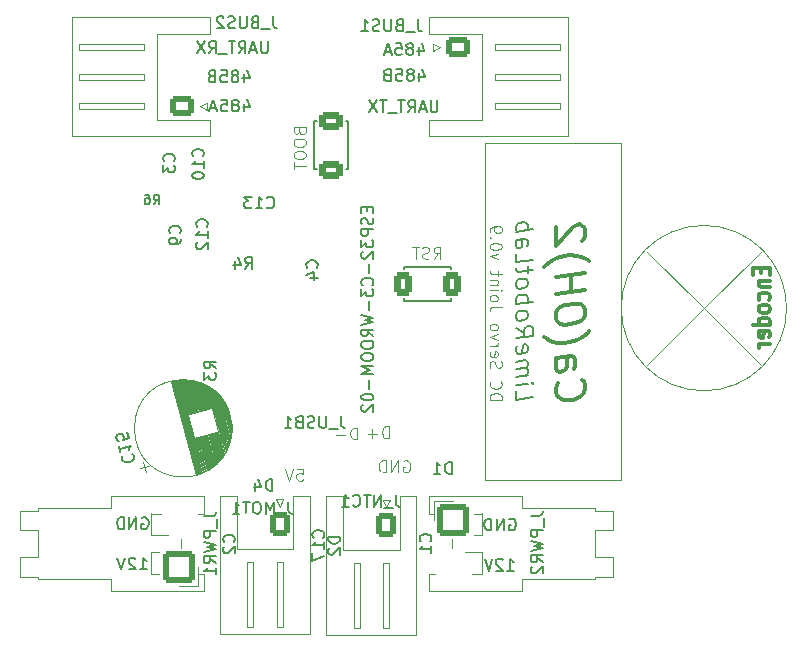
<source format=gbr>
%TF.GenerationSoftware,KiCad,Pcbnew,9.0.3*%
%TF.CreationDate,2025-08-09T17:03:07-04:00*%
%TF.ProjectId,DC_servo_joint,44435f73-6572-4766-9f5f-6a6f696e742e,rev?*%
%TF.SameCoordinates,Original*%
%TF.FileFunction,Legend,Bot*%
%TF.FilePolarity,Positive*%
%FSLAX46Y46*%
G04 Gerber Fmt 4.6, Leading zero omitted, Abs format (unit mm)*
G04 Created by KiCad (PCBNEW 9.0.3) date 2025-08-09 17:03:07*
%MOMM*%
%LPD*%
G01*
G04 APERTURE LIST*
G04 Aperture macros list*
%AMRoundRect*
0 Rectangle with rounded corners*
0 $1 Rounding radius*
0 $2 $3 $4 $5 $6 $7 $8 $9 X,Y pos of 4 corners*
0 Add a 4 corners polygon primitive as box body*
4,1,4,$2,$3,$4,$5,$6,$7,$8,$9,$2,$3,0*
0 Add four circle primitives for the rounded corners*
1,1,$1+$1,$2,$3*
1,1,$1+$1,$4,$5*
1,1,$1+$1,$6,$7*
1,1,$1+$1,$8,$9*
0 Add four rect primitives between the rounded corners*
20,1,$1+$1,$2,$3,$4,$5,0*
20,1,$1+$1,$4,$5,$6,$7,0*
20,1,$1+$1,$6,$7,$8,$9,0*
20,1,$1+$1,$8,$9,$2,$3,0*%
G04 Aperture macros list end*
%ADD10C,0.100000*%
%ADD11C,0.350000*%
%ADD12C,0.150000*%
%ADD13C,0.200000*%
%ADD14C,0.300000*%
%ADD15C,0.120000*%
%ADD16C,0.127000*%
%ADD17C,3.200000*%
%ADD18C,1.496000*%
%ADD19C,1.296000*%
%ADD20C,0.770000*%
%ADD21R,1.700000X1.700000*%
%ADD22C,1.700000*%
%ADD23RoundRect,0.250000X0.600000X0.750000X-0.600000X0.750000X-0.600000X-0.750000X0.600000X-0.750000X0*%
%ADD24O,1.700000X2.000000*%
%ADD25RoundRect,0.287778X0.714222X-0.489222X0.714222X0.489222X-0.714222X0.489222X-0.714222X-0.489222X0*%
%ADD26RoundRect,0.250000X-0.725000X0.600000X-0.725000X-0.600000X0.725000X-0.600000X0.725000X0.600000X0*%
%ADD27O,1.950000X1.700000*%
%ADD28RoundRect,0.250001X1.099999X-1.099999X1.099999X1.099999X-1.099999X1.099999X-1.099999X-1.099999X0*%
%ADD29C,2.700000*%
%ADD30RoundRect,0.250000X-0.388909X-0.673610X0.673610X-0.388909X0.388909X0.673610X-0.673610X0.388909X0*%
%ADD31C,1.600000*%
%ADD32RoundRect,0.287778X-0.489222X-0.714222X0.489222X-0.714222X0.489222X0.714222X-0.489222X0.714222X0*%
%ADD33RoundRect,0.250001X-1.099999X1.099999X-1.099999X-1.099999X1.099999X-1.099999X1.099999X1.099999X0*%
%ADD34RoundRect,0.250000X0.725000X-0.600000X0.725000X0.600000X-0.725000X0.600000X-0.725000X-0.600000X0*%
G04 APERTURE END LIST*
D10*
X150000000Y-75000000D02*
X154811625Y-70211625D01*
X150000000Y-75000000D02*
X145211625Y-79811625D01*
X150000000Y-75000000D02*
X154811625Y-79811625D01*
X150000000Y-75000000D02*
X145211625Y-70211625D01*
X157000000Y-75000000D02*
G75*
G02*
X143000000Y-75000000I-7000000J0D01*
G01*
X143000000Y-75000000D02*
G75*
G02*
X157000000Y-75000000I7000000J0D01*
G01*
X131450000Y-61050000D02*
X142950000Y-61050000D01*
X142950000Y-89550000D01*
X131450000Y-89550000D01*
X131450000Y-61050000D01*
X115544925Y-88597419D02*
X116021115Y-88597419D01*
X116021115Y-88597419D02*
X116068734Y-89073609D01*
X116068734Y-89073609D02*
X116021115Y-89025990D01*
X116021115Y-89025990D02*
X115925877Y-88978371D01*
X115925877Y-88978371D02*
X115687782Y-88978371D01*
X115687782Y-88978371D02*
X115592544Y-89025990D01*
X115592544Y-89025990D02*
X115544925Y-89073609D01*
X115544925Y-89073609D02*
X115497306Y-89168847D01*
X115497306Y-89168847D02*
X115497306Y-89406942D01*
X115497306Y-89406942D02*
X115544925Y-89502180D01*
X115544925Y-89502180D02*
X115592544Y-89549800D01*
X115592544Y-89549800D02*
X115687782Y-89597419D01*
X115687782Y-89597419D02*
X115925877Y-89597419D01*
X115925877Y-89597419D02*
X116021115Y-89549800D01*
X116021115Y-89549800D02*
X116068734Y-89502180D01*
X115211591Y-88597419D02*
X114878258Y-89597419D01*
X114878258Y-89597419D02*
X114544925Y-88597419D01*
D11*
X137687247Y-81356046D02*
X137568200Y-81489975D01*
X137568200Y-81489975D02*
X137449152Y-81861998D01*
X137449152Y-81861998D02*
X137449152Y-82100094D01*
X137449152Y-82100094D02*
X137568200Y-82442356D01*
X137568200Y-82442356D02*
X137806295Y-82650689D01*
X137806295Y-82650689D02*
X138044390Y-82739975D01*
X138044390Y-82739975D02*
X138520580Y-82799498D01*
X138520580Y-82799498D02*
X138877723Y-82754856D01*
X138877723Y-82754856D02*
X139353914Y-82576284D01*
X139353914Y-82576284D02*
X139592009Y-82427475D01*
X139592009Y-82427475D02*
X139830104Y-82159617D01*
X139830104Y-82159617D02*
X139949152Y-81787594D01*
X139949152Y-81787594D02*
X139949152Y-81549498D01*
X139949152Y-81549498D02*
X139830104Y-81207237D01*
X139830104Y-81207237D02*
X139711057Y-81103070D01*
X137449152Y-79242951D02*
X138758676Y-79079260D01*
X138758676Y-79079260D02*
X138996771Y-79168546D01*
X138996771Y-79168546D02*
X139115819Y-79391760D01*
X139115819Y-79391760D02*
X139115819Y-79867951D01*
X139115819Y-79867951D02*
X138996771Y-80120927D01*
X137568200Y-79228070D02*
X137449152Y-79481046D01*
X137449152Y-79481046D02*
X137449152Y-80076284D01*
X137449152Y-80076284D02*
X137568200Y-80299498D01*
X137568200Y-80299498D02*
X137806295Y-80388784D01*
X137806295Y-80388784D02*
X138044390Y-80359022D01*
X138044390Y-80359022D02*
X138282485Y-80210213D01*
X138282485Y-80210213D02*
X138401533Y-79957237D01*
X138401533Y-79957237D02*
X138401533Y-79361998D01*
X138401533Y-79361998D02*
X138520580Y-79109022D01*
X136496771Y-77457236D02*
X136615819Y-77561403D01*
X136615819Y-77561403D02*
X136972961Y-77754855D01*
X136972961Y-77754855D02*
X137211057Y-77844141D01*
X137211057Y-77844141D02*
X137568200Y-77918546D01*
X137568200Y-77918546D02*
X138163438Y-77963189D01*
X138163438Y-77963189D02*
X138639628Y-77903665D01*
X138639628Y-77903665D02*
X139234866Y-77710212D01*
X139234866Y-77710212D02*
X139592009Y-77546522D01*
X139592009Y-77546522D02*
X139830104Y-77397712D01*
X139830104Y-77397712D02*
X140187247Y-77114974D01*
X140187247Y-77114974D02*
X140306295Y-76981046D01*
X139949152Y-75597117D02*
X139949152Y-75120926D01*
X139949152Y-75120926D02*
X139830104Y-74897712D01*
X139830104Y-74897712D02*
X139592009Y-74689379D01*
X139592009Y-74689379D02*
X139115819Y-74629855D01*
X139115819Y-74629855D02*
X138282485Y-74734022D01*
X138282485Y-74734022D02*
X137806295Y-74912593D01*
X137806295Y-74912593D02*
X137568200Y-75180450D01*
X137568200Y-75180450D02*
X137449152Y-75433426D01*
X137449152Y-75433426D02*
X137449152Y-75909617D01*
X137449152Y-75909617D02*
X137568200Y-76132831D01*
X137568200Y-76132831D02*
X137806295Y-76341165D01*
X137806295Y-76341165D02*
X138282485Y-76400688D01*
X138282485Y-76400688D02*
X139115819Y-76296522D01*
X139115819Y-76296522D02*
X139592009Y-76117950D01*
X139592009Y-76117950D02*
X139830104Y-75850093D01*
X139830104Y-75850093D02*
X139949152Y-75597117D01*
X137449152Y-73766759D02*
X139949152Y-73454259D01*
X138758676Y-73603069D02*
X138758676Y-72174497D01*
X137449152Y-72338188D02*
X139949152Y-72025688D01*
X136496771Y-71504854D02*
X136615819Y-71370926D01*
X136615819Y-71370926D02*
X136972961Y-71088188D01*
X136972961Y-71088188D02*
X137211057Y-70939378D01*
X137211057Y-70939378D02*
X137568200Y-70775688D01*
X137568200Y-70775688D02*
X138163438Y-70582235D01*
X138163438Y-70582235D02*
X138639628Y-70522711D01*
X138639628Y-70522711D02*
X139234866Y-70567354D01*
X139234866Y-70567354D02*
X139592009Y-70641759D01*
X139592009Y-70641759D02*
X139830104Y-70731045D01*
X139830104Y-70731045D02*
X140187247Y-70924497D01*
X140187247Y-70924497D02*
X140306295Y-71028664D01*
X139711057Y-69317354D02*
X139830104Y-69183425D01*
X139830104Y-69183425D02*
X139949152Y-68930449D01*
X139949152Y-68930449D02*
X139949152Y-68335211D01*
X139949152Y-68335211D02*
X139830104Y-68111997D01*
X139830104Y-68111997D02*
X139711057Y-68007830D01*
X139711057Y-68007830D02*
X139472961Y-67918544D01*
X139472961Y-67918544D02*
X139234866Y-67948306D01*
X139234866Y-67948306D02*
X138877723Y-68111997D01*
X138877723Y-68111997D02*
X137449152Y-69719140D01*
X137449152Y-69719140D02*
X137449152Y-68171521D01*
D10*
X120646115Y-86122419D02*
X120646115Y-85122419D01*
X120646115Y-85122419D02*
X120408020Y-85122419D01*
X120408020Y-85122419D02*
X120265163Y-85170038D01*
X120265163Y-85170038D02*
X120169925Y-85265276D01*
X120169925Y-85265276D02*
X120122306Y-85360514D01*
X120122306Y-85360514D02*
X120074687Y-85550990D01*
X120074687Y-85550990D02*
X120074687Y-85693847D01*
X120074687Y-85693847D02*
X120122306Y-85884323D01*
X120122306Y-85884323D02*
X120169925Y-85979561D01*
X120169925Y-85979561D02*
X120265163Y-86074800D01*
X120265163Y-86074800D02*
X120408020Y-86122419D01*
X120408020Y-86122419D02*
X120646115Y-86122419D01*
X119646115Y-85741466D02*
X118884211Y-85741466D01*
D12*
X133514411Y-92867438D02*
X133609649Y-92819819D01*
X133609649Y-92819819D02*
X133752506Y-92819819D01*
X133752506Y-92819819D02*
X133895363Y-92867438D01*
X133895363Y-92867438D02*
X133990601Y-92962676D01*
X133990601Y-92962676D02*
X134038220Y-93057914D01*
X134038220Y-93057914D02*
X134085839Y-93248390D01*
X134085839Y-93248390D02*
X134085839Y-93391247D01*
X134085839Y-93391247D02*
X134038220Y-93581723D01*
X134038220Y-93581723D02*
X133990601Y-93676961D01*
X133990601Y-93676961D02*
X133895363Y-93772200D01*
X133895363Y-93772200D02*
X133752506Y-93819819D01*
X133752506Y-93819819D02*
X133657268Y-93819819D01*
X133657268Y-93819819D02*
X133514411Y-93772200D01*
X133514411Y-93772200D02*
X133466792Y-93724580D01*
X133466792Y-93724580D02*
X133466792Y-93391247D01*
X133466792Y-93391247D02*
X133657268Y-93391247D01*
X133038220Y-93819819D02*
X133038220Y-92819819D01*
X133038220Y-92819819D02*
X132466792Y-93819819D01*
X132466792Y-93819819D02*
X132466792Y-92819819D01*
X131990601Y-93819819D02*
X131990601Y-92819819D01*
X131990601Y-92819819D02*
X131752506Y-92819819D01*
X131752506Y-92819819D02*
X131609649Y-92867438D01*
X131609649Y-92867438D02*
X131514411Y-92962676D01*
X131514411Y-92962676D02*
X131466792Y-93057914D01*
X131466792Y-93057914D02*
X131419173Y-93248390D01*
X131419173Y-93248390D02*
X131419173Y-93391247D01*
X131419173Y-93391247D02*
X131466792Y-93581723D01*
X131466792Y-93581723D02*
X131514411Y-93676961D01*
X131514411Y-93676961D02*
X131609649Y-93772200D01*
X131609649Y-93772200D02*
X131752506Y-93819819D01*
X131752506Y-93819819D02*
X131990601Y-93819819D01*
X133339411Y-97219819D02*
X133910839Y-97219819D01*
X133625125Y-97219819D02*
X133625125Y-96219819D01*
X133625125Y-96219819D02*
X133720363Y-96362676D01*
X133720363Y-96362676D02*
X133815601Y-96457914D01*
X133815601Y-96457914D02*
X133910839Y-96505533D01*
X132958458Y-96315057D02*
X132910839Y-96267438D01*
X132910839Y-96267438D02*
X132815601Y-96219819D01*
X132815601Y-96219819D02*
X132577506Y-96219819D01*
X132577506Y-96219819D02*
X132482268Y-96267438D01*
X132482268Y-96267438D02*
X132434649Y-96315057D01*
X132434649Y-96315057D02*
X132387030Y-96410295D01*
X132387030Y-96410295D02*
X132387030Y-96505533D01*
X132387030Y-96505533D02*
X132434649Y-96648390D01*
X132434649Y-96648390D02*
X133006077Y-97219819D01*
X133006077Y-97219819D02*
X132387030Y-97219819D01*
X132101315Y-96219819D02*
X131767982Y-97219819D01*
X131767982Y-97219819D02*
X131434649Y-96219819D01*
X127438220Y-57419819D02*
X127438220Y-58229342D01*
X127438220Y-58229342D02*
X127390601Y-58324580D01*
X127390601Y-58324580D02*
X127342982Y-58372200D01*
X127342982Y-58372200D02*
X127247744Y-58419819D01*
X127247744Y-58419819D02*
X127057268Y-58419819D01*
X127057268Y-58419819D02*
X126962030Y-58372200D01*
X126962030Y-58372200D02*
X126914411Y-58324580D01*
X126914411Y-58324580D02*
X126866792Y-58229342D01*
X126866792Y-58229342D02*
X126866792Y-57419819D01*
X126438220Y-58134104D02*
X125962030Y-58134104D01*
X126533458Y-58419819D02*
X126200125Y-57419819D01*
X126200125Y-57419819D02*
X125866792Y-58419819D01*
X124962030Y-58419819D02*
X125295363Y-57943628D01*
X125533458Y-58419819D02*
X125533458Y-57419819D01*
X125533458Y-57419819D02*
X125152506Y-57419819D01*
X125152506Y-57419819D02*
X125057268Y-57467438D01*
X125057268Y-57467438D02*
X125009649Y-57515057D01*
X125009649Y-57515057D02*
X124962030Y-57610295D01*
X124962030Y-57610295D02*
X124962030Y-57753152D01*
X124962030Y-57753152D02*
X125009649Y-57848390D01*
X125009649Y-57848390D02*
X125057268Y-57896009D01*
X125057268Y-57896009D02*
X125152506Y-57943628D01*
X125152506Y-57943628D02*
X125533458Y-57943628D01*
X124676315Y-57419819D02*
X124104887Y-57419819D01*
X124390601Y-58419819D02*
X124390601Y-57419819D01*
X124009649Y-58515057D02*
X123247744Y-58515057D01*
X123152505Y-57419819D02*
X122581077Y-57419819D01*
X122866791Y-58419819D02*
X122866791Y-57419819D01*
X122342981Y-57419819D02*
X121676315Y-58419819D01*
X121676315Y-57419819D02*
X122342981Y-58419819D01*
D10*
X131877580Y-82771115D02*
X132877580Y-82771115D01*
X132877580Y-82771115D02*
X132877580Y-82533020D01*
X132877580Y-82533020D02*
X132829961Y-82390163D01*
X132829961Y-82390163D02*
X132734723Y-82294925D01*
X132734723Y-82294925D02*
X132639485Y-82247306D01*
X132639485Y-82247306D02*
X132449009Y-82199687D01*
X132449009Y-82199687D02*
X132306152Y-82199687D01*
X132306152Y-82199687D02*
X132115676Y-82247306D01*
X132115676Y-82247306D02*
X132020438Y-82294925D01*
X132020438Y-82294925D02*
X131925200Y-82390163D01*
X131925200Y-82390163D02*
X131877580Y-82533020D01*
X131877580Y-82533020D02*
X131877580Y-82771115D01*
X131972819Y-81199687D02*
X131925200Y-81247306D01*
X131925200Y-81247306D02*
X131877580Y-81390163D01*
X131877580Y-81390163D02*
X131877580Y-81485401D01*
X131877580Y-81485401D02*
X131925200Y-81628258D01*
X131925200Y-81628258D02*
X132020438Y-81723496D01*
X132020438Y-81723496D02*
X132115676Y-81771115D01*
X132115676Y-81771115D02*
X132306152Y-81818734D01*
X132306152Y-81818734D02*
X132449009Y-81818734D01*
X132449009Y-81818734D02*
X132639485Y-81771115D01*
X132639485Y-81771115D02*
X132734723Y-81723496D01*
X132734723Y-81723496D02*
X132829961Y-81628258D01*
X132829961Y-81628258D02*
X132877580Y-81485401D01*
X132877580Y-81485401D02*
X132877580Y-81390163D01*
X132877580Y-81390163D02*
X132829961Y-81247306D01*
X132829961Y-81247306D02*
X132782342Y-81199687D01*
X131925200Y-80056829D02*
X131877580Y-79913972D01*
X131877580Y-79913972D02*
X131877580Y-79675877D01*
X131877580Y-79675877D02*
X131925200Y-79580639D01*
X131925200Y-79580639D02*
X131972819Y-79533020D01*
X131972819Y-79533020D02*
X132068057Y-79485401D01*
X132068057Y-79485401D02*
X132163295Y-79485401D01*
X132163295Y-79485401D02*
X132258533Y-79533020D01*
X132258533Y-79533020D02*
X132306152Y-79580639D01*
X132306152Y-79580639D02*
X132353771Y-79675877D01*
X132353771Y-79675877D02*
X132401390Y-79866353D01*
X132401390Y-79866353D02*
X132449009Y-79961591D01*
X132449009Y-79961591D02*
X132496628Y-80009210D01*
X132496628Y-80009210D02*
X132591866Y-80056829D01*
X132591866Y-80056829D02*
X132687104Y-80056829D01*
X132687104Y-80056829D02*
X132782342Y-80009210D01*
X132782342Y-80009210D02*
X132829961Y-79961591D01*
X132829961Y-79961591D02*
X132877580Y-79866353D01*
X132877580Y-79866353D02*
X132877580Y-79628258D01*
X132877580Y-79628258D02*
X132829961Y-79485401D01*
X131925200Y-78675877D02*
X131877580Y-78771115D01*
X131877580Y-78771115D02*
X131877580Y-78961591D01*
X131877580Y-78961591D02*
X131925200Y-79056829D01*
X131925200Y-79056829D02*
X132020438Y-79104448D01*
X132020438Y-79104448D02*
X132401390Y-79104448D01*
X132401390Y-79104448D02*
X132496628Y-79056829D01*
X132496628Y-79056829D02*
X132544247Y-78961591D01*
X132544247Y-78961591D02*
X132544247Y-78771115D01*
X132544247Y-78771115D02*
X132496628Y-78675877D01*
X132496628Y-78675877D02*
X132401390Y-78628258D01*
X132401390Y-78628258D02*
X132306152Y-78628258D01*
X132306152Y-78628258D02*
X132210914Y-79104448D01*
X131877580Y-78199686D02*
X132544247Y-78199686D01*
X132353771Y-78199686D02*
X132449009Y-78152067D01*
X132449009Y-78152067D02*
X132496628Y-78104448D01*
X132496628Y-78104448D02*
X132544247Y-78009210D01*
X132544247Y-78009210D02*
X132544247Y-77913972D01*
X132544247Y-77675876D02*
X131877580Y-77437781D01*
X131877580Y-77437781D02*
X132544247Y-77199686D01*
X131877580Y-76675876D02*
X131925200Y-76771114D01*
X131925200Y-76771114D02*
X131972819Y-76818733D01*
X131972819Y-76818733D02*
X132068057Y-76866352D01*
X132068057Y-76866352D02*
X132353771Y-76866352D01*
X132353771Y-76866352D02*
X132449009Y-76818733D01*
X132449009Y-76818733D02*
X132496628Y-76771114D01*
X132496628Y-76771114D02*
X132544247Y-76675876D01*
X132544247Y-76675876D02*
X132544247Y-76533019D01*
X132544247Y-76533019D02*
X132496628Y-76437781D01*
X132496628Y-76437781D02*
X132449009Y-76390162D01*
X132449009Y-76390162D02*
X132353771Y-76342543D01*
X132353771Y-76342543D02*
X132068057Y-76342543D01*
X132068057Y-76342543D02*
X131972819Y-76390162D01*
X131972819Y-76390162D02*
X131925200Y-76437781D01*
X131925200Y-76437781D02*
X131877580Y-76533019D01*
X131877580Y-76533019D02*
X131877580Y-76675876D01*
X132877580Y-74866352D02*
X132163295Y-74866352D01*
X132163295Y-74866352D02*
X132020438Y-74913971D01*
X132020438Y-74913971D02*
X131925200Y-75009209D01*
X131925200Y-75009209D02*
X131877580Y-75152066D01*
X131877580Y-75152066D02*
X131877580Y-75247304D01*
X131877580Y-74247304D02*
X131925200Y-74342542D01*
X131925200Y-74342542D02*
X131972819Y-74390161D01*
X131972819Y-74390161D02*
X132068057Y-74437780D01*
X132068057Y-74437780D02*
X132353771Y-74437780D01*
X132353771Y-74437780D02*
X132449009Y-74390161D01*
X132449009Y-74390161D02*
X132496628Y-74342542D01*
X132496628Y-74342542D02*
X132544247Y-74247304D01*
X132544247Y-74247304D02*
X132544247Y-74104447D01*
X132544247Y-74104447D02*
X132496628Y-74009209D01*
X132496628Y-74009209D02*
X132449009Y-73961590D01*
X132449009Y-73961590D02*
X132353771Y-73913971D01*
X132353771Y-73913971D02*
X132068057Y-73913971D01*
X132068057Y-73913971D02*
X131972819Y-73961590D01*
X131972819Y-73961590D02*
X131925200Y-74009209D01*
X131925200Y-74009209D02*
X131877580Y-74104447D01*
X131877580Y-74104447D02*
X131877580Y-74247304D01*
X131877580Y-73485399D02*
X132544247Y-73485399D01*
X132877580Y-73485399D02*
X132829961Y-73533018D01*
X132829961Y-73533018D02*
X132782342Y-73485399D01*
X132782342Y-73485399D02*
X132829961Y-73437780D01*
X132829961Y-73437780D02*
X132877580Y-73485399D01*
X132877580Y-73485399D02*
X132782342Y-73485399D01*
X132544247Y-73009209D02*
X131877580Y-73009209D01*
X132449009Y-73009209D02*
X132496628Y-72961590D01*
X132496628Y-72961590D02*
X132544247Y-72866352D01*
X132544247Y-72866352D02*
X132544247Y-72723495D01*
X132544247Y-72723495D02*
X132496628Y-72628257D01*
X132496628Y-72628257D02*
X132401390Y-72580638D01*
X132401390Y-72580638D02*
X131877580Y-72580638D01*
X132544247Y-72247304D02*
X132544247Y-71866352D01*
X132877580Y-72104447D02*
X132020438Y-72104447D01*
X132020438Y-72104447D02*
X131925200Y-72056828D01*
X131925200Y-72056828D02*
X131877580Y-71961590D01*
X131877580Y-71961590D02*
X131877580Y-71866352D01*
X132544247Y-70866351D02*
X131877580Y-70628256D01*
X131877580Y-70628256D02*
X132544247Y-70390161D01*
X132877580Y-69818732D02*
X132877580Y-69723494D01*
X132877580Y-69723494D02*
X132829961Y-69628256D01*
X132829961Y-69628256D02*
X132782342Y-69580637D01*
X132782342Y-69580637D02*
X132687104Y-69533018D01*
X132687104Y-69533018D02*
X132496628Y-69485399D01*
X132496628Y-69485399D02*
X132258533Y-69485399D01*
X132258533Y-69485399D02*
X132068057Y-69533018D01*
X132068057Y-69533018D02*
X131972819Y-69580637D01*
X131972819Y-69580637D02*
X131925200Y-69628256D01*
X131925200Y-69628256D02*
X131877580Y-69723494D01*
X131877580Y-69723494D02*
X131877580Y-69818732D01*
X131877580Y-69818732D02*
X131925200Y-69913970D01*
X131925200Y-69913970D02*
X131972819Y-69961589D01*
X131972819Y-69961589D02*
X132068057Y-70009208D01*
X132068057Y-70009208D02*
X132258533Y-70056827D01*
X132258533Y-70056827D02*
X132496628Y-70056827D01*
X132496628Y-70056827D02*
X132687104Y-70009208D01*
X132687104Y-70009208D02*
X132782342Y-69961589D01*
X132782342Y-69961589D02*
X132829961Y-69913970D01*
X132829961Y-69913970D02*
X132877580Y-69818732D01*
X131972819Y-69056827D02*
X131925200Y-69009208D01*
X131925200Y-69009208D02*
X131877580Y-69056827D01*
X131877580Y-69056827D02*
X131925200Y-69104446D01*
X131925200Y-69104446D02*
X131972819Y-69056827D01*
X131972819Y-69056827D02*
X131877580Y-69056827D01*
X131877580Y-68533018D02*
X131877580Y-68342542D01*
X131877580Y-68342542D02*
X131925200Y-68247304D01*
X131925200Y-68247304D02*
X131972819Y-68199685D01*
X131972819Y-68199685D02*
X132115676Y-68104447D01*
X132115676Y-68104447D02*
X132306152Y-68056828D01*
X132306152Y-68056828D02*
X132687104Y-68056828D01*
X132687104Y-68056828D02*
X132782342Y-68104447D01*
X132782342Y-68104447D02*
X132829961Y-68152066D01*
X132829961Y-68152066D02*
X132877580Y-68247304D01*
X132877580Y-68247304D02*
X132877580Y-68437780D01*
X132877580Y-68437780D02*
X132829961Y-68533018D01*
X132829961Y-68533018D02*
X132782342Y-68580637D01*
X132782342Y-68580637D02*
X132687104Y-68628256D01*
X132687104Y-68628256D02*
X132449009Y-68628256D01*
X132449009Y-68628256D02*
X132353771Y-68580637D01*
X132353771Y-68580637D02*
X132306152Y-68533018D01*
X132306152Y-68533018D02*
X132258533Y-68437780D01*
X132258533Y-68437780D02*
X132258533Y-68247304D01*
X132258533Y-68247304D02*
X132306152Y-68152066D01*
X132306152Y-68152066D02*
X132353771Y-68104447D01*
X132353771Y-68104447D02*
X132449009Y-68056828D01*
D12*
X102239411Y-97119819D02*
X102810839Y-97119819D01*
X102525125Y-97119819D02*
X102525125Y-96119819D01*
X102525125Y-96119819D02*
X102620363Y-96262676D01*
X102620363Y-96262676D02*
X102715601Y-96357914D01*
X102715601Y-96357914D02*
X102810839Y-96405533D01*
X101858458Y-96215057D02*
X101810839Y-96167438D01*
X101810839Y-96167438D02*
X101715601Y-96119819D01*
X101715601Y-96119819D02*
X101477506Y-96119819D01*
X101477506Y-96119819D02*
X101382268Y-96167438D01*
X101382268Y-96167438D02*
X101334649Y-96215057D01*
X101334649Y-96215057D02*
X101287030Y-96310295D01*
X101287030Y-96310295D02*
X101287030Y-96405533D01*
X101287030Y-96405533D02*
X101334649Y-96548390D01*
X101334649Y-96548390D02*
X101906077Y-97119819D01*
X101906077Y-97119819D02*
X101287030Y-97119819D01*
X101001315Y-96119819D02*
X100667982Y-97119819D01*
X100667982Y-97119819D02*
X100334649Y-96119819D01*
D10*
X124572306Y-87945038D02*
X124667544Y-87897419D01*
X124667544Y-87897419D02*
X124810401Y-87897419D01*
X124810401Y-87897419D02*
X124953258Y-87945038D01*
X124953258Y-87945038D02*
X125048496Y-88040276D01*
X125048496Y-88040276D02*
X125096115Y-88135514D01*
X125096115Y-88135514D02*
X125143734Y-88325990D01*
X125143734Y-88325990D02*
X125143734Y-88468847D01*
X125143734Y-88468847D02*
X125096115Y-88659323D01*
X125096115Y-88659323D02*
X125048496Y-88754561D01*
X125048496Y-88754561D02*
X124953258Y-88849800D01*
X124953258Y-88849800D02*
X124810401Y-88897419D01*
X124810401Y-88897419D02*
X124715163Y-88897419D01*
X124715163Y-88897419D02*
X124572306Y-88849800D01*
X124572306Y-88849800D02*
X124524687Y-88802180D01*
X124524687Y-88802180D02*
X124524687Y-88468847D01*
X124524687Y-88468847D02*
X124715163Y-88468847D01*
X124096115Y-88897419D02*
X124096115Y-87897419D01*
X124096115Y-87897419D02*
X123524687Y-88897419D01*
X123524687Y-88897419D02*
X123524687Y-87897419D01*
X123048496Y-88897419D02*
X123048496Y-87897419D01*
X123048496Y-87897419D02*
X122810401Y-87897419D01*
X122810401Y-87897419D02*
X122667544Y-87945038D01*
X122667544Y-87945038D02*
X122572306Y-88040276D01*
X122572306Y-88040276D02*
X122524687Y-88135514D01*
X122524687Y-88135514D02*
X122477068Y-88325990D01*
X122477068Y-88325990D02*
X122477068Y-88468847D01*
X122477068Y-88468847D02*
X122524687Y-88659323D01*
X122524687Y-88659323D02*
X122572306Y-88754561D01*
X122572306Y-88754561D02*
X122667544Y-88849800D01*
X122667544Y-88849800D02*
X122810401Y-88897419D01*
X122810401Y-88897419D02*
X123048496Y-88897419D01*
D12*
X111084649Y-57678152D02*
X111084649Y-58344819D01*
X111322744Y-57297200D02*
X111560839Y-58011485D01*
X111560839Y-58011485D02*
X110941792Y-58011485D01*
X110417982Y-57773390D02*
X110513220Y-57725771D01*
X110513220Y-57725771D02*
X110560839Y-57678152D01*
X110560839Y-57678152D02*
X110608458Y-57582914D01*
X110608458Y-57582914D02*
X110608458Y-57535295D01*
X110608458Y-57535295D02*
X110560839Y-57440057D01*
X110560839Y-57440057D02*
X110513220Y-57392438D01*
X110513220Y-57392438D02*
X110417982Y-57344819D01*
X110417982Y-57344819D02*
X110227506Y-57344819D01*
X110227506Y-57344819D02*
X110132268Y-57392438D01*
X110132268Y-57392438D02*
X110084649Y-57440057D01*
X110084649Y-57440057D02*
X110037030Y-57535295D01*
X110037030Y-57535295D02*
X110037030Y-57582914D01*
X110037030Y-57582914D02*
X110084649Y-57678152D01*
X110084649Y-57678152D02*
X110132268Y-57725771D01*
X110132268Y-57725771D02*
X110227506Y-57773390D01*
X110227506Y-57773390D02*
X110417982Y-57773390D01*
X110417982Y-57773390D02*
X110513220Y-57821009D01*
X110513220Y-57821009D02*
X110560839Y-57868628D01*
X110560839Y-57868628D02*
X110608458Y-57963866D01*
X110608458Y-57963866D02*
X110608458Y-58154342D01*
X110608458Y-58154342D02*
X110560839Y-58249580D01*
X110560839Y-58249580D02*
X110513220Y-58297200D01*
X110513220Y-58297200D02*
X110417982Y-58344819D01*
X110417982Y-58344819D02*
X110227506Y-58344819D01*
X110227506Y-58344819D02*
X110132268Y-58297200D01*
X110132268Y-58297200D02*
X110084649Y-58249580D01*
X110084649Y-58249580D02*
X110037030Y-58154342D01*
X110037030Y-58154342D02*
X110037030Y-57963866D01*
X110037030Y-57963866D02*
X110084649Y-57868628D01*
X110084649Y-57868628D02*
X110132268Y-57821009D01*
X110132268Y-57821009D02*
X110227506Y-57773390D01*
X109132268Y-57344819D02*
X109608458Y-57344819D01*
X109608458Y-57344819D02*
X109656077Y-57821009D01*
X109656077Y-57821009D02*
X109608458Y-57773390D01*
X109608458Y-57773390D02*
X109513220Y-57725771D01*
X109513220Y-57725771D02*
X109275125Y-57725771D01*
X109275125Y-57725771D02*
X109179887Y-57773390D01*
X109179887Y-57773390D02*
X109132268Y-57821009D01*
X109132268Y-57821009D02*
X109084649Y-57916247D01*
X109084649Y-57916247D02*
X109084649Y-58154342D01*
X109084649Y-58154342D02*
X109132268Y-58249580D01*
X109132268Y-58249580D02*
X109179887Y-58297200D01*
X109179887Y-58297200D02*
X109275125Y-58344819D01*
X109275125Y-58344819D02*
X109513220Y-58344819D01*
X109513220Y-58344819D02*
X109608458Y-58297200D01*
X109608458Y-58297200D02*
X109656077Y-58249580D01*
X108703696Y-58059104D02*
X108227506Y-58059104D01*
X108798934Y-58344819D02*
X108465601Y-57344819D01*
X108465601Y-57344819D02*
X108132268Y-58344819D01*
D10*
X127124687Y-70822419D02*
X127458020Y-70346228D01*
X127696115Y-70822419D02*
X127696115Y-69822419D01*
X127696115Y-69822419D02*
X127315163Y-69822419D01*
X127315163Y-69822419D02*
X127219925Y-69870038D01*
X127219925Y-69870038D02*
X127172306Y-69917657D01*
X127172306Y-69917657D02*
X127124687Y-70012895D01*
X127124687Y-70012895D02*
X127124687Y-70155752D01*
X127124687Y-70155752D02*
X127172306Y-70250990D01*
X127172306Y-70250990D02*
X127219925Y-70298609D01*
X127219925Y-70298609D02*
X127315163Y-70346228D01*
X127315163Y-70346228D02*
X127696115Y-70346228D01*
X126743734Y-70774800D02*
X126600877Y-70822419D01*
X126600877Y-70822419D02*
X126362782Y-70822419D01*
X126362782Y-70822419D02*
X126267544Y-70774800D01*
X126267544Y-70774800D02*
X126219925Y-70727180D01*
X126219925Y-70727180D02*
X126172306Y-70631942D01*
X126172306Y-70631942D02*
X126172306Y-70536704D01*
X126172306Y-70536704D02*
X126219925Y-70441466D01*
X126219925Y-70441466D02*
X126267544Y-70393847D01*
X126267544Y-70393847D02*
X126362782Y-70346228D01*
X126362782Y-70346228D02*
X126553258Y-70298609D01*
X126553258Y-70298609D02*
X126648496Y-70250990D01*
X126648496Y-70250990D02*
X126696115Y-70203371D01*
X126696115Y-70203371D02*
X126743734Y-70108133D01*
X126743734Y-70108133D02*
X126743734Y-70012895D01*
X126743734Y-70012895D02*
X126696115Y-69917657D01*
X126696115Y-69917657D02*
X126648496Y-69870038D01*
X126648496Y-69870038D02*
X126553258Y-69822419D01*
X126553258Y-69822419D02*
X126315163Y-69822419D01*
X126315163Y-69822419D02*
X126172306Y-69870038D01*
X125886591Y-69822419D02*
X125315163Y-69822419D01*
X125600877Y-70822419D02*
X125600877Y-69822419D01*
D12*
X102414411Y-92767438D02*
X102509649Y-92719819D01*
X102509649Y-92719819D02*
X102652506Y-92719819D01*
X102652506Y-92719819D02*
X102795363Y-92767438D01*
X102795363Y-92767438D02*
X102890601Y-92862676D01*
X102890601Y-92862676D02*
X102938220Y-92957914D01*
X102938220Y-92957914D02*
X102985839Y-93148390D01*
X102985839Y-93148390D02*
X102985839Y-93291247D01*
X102985839Y-93291247D02*
X102938220Y-93481723D01*
X102938220Y-93481723D02*
X102890601Y-93576961D01*
X102890601Y-93576961D02*
X102795363Y-93672200D01*
X102795363Y-93672200D02*
X102652506Y-93719819D01*
X102652506Y-93719819D02*
X102557268Y-93719819D01*
X102557268Y-93719819D02*
X102414411Y-93672200D01*
X102414411Y-93672200D02*
X102366792Y-93624580D01*
X102366792Y-93624580D02*
X102366792Y-93291247D01*
X102366792Y-93291247D02*
X102557268Y-93291247D01*
X101938220Y-93719819D02*
X101938220Y-92719819D01*
X101938220Y-92719819D02*
X101366792Y-93719819D01*
X101366792Y-93719819D02*
X101366792Y-92719819D01*
X100890601Y-93719819D02*
X100890601Y-92719819D01*
X100890601Y-92719819D02*
X100652506Y-92719819D01*
X100652506Y-92719819D02*
X100509649Y-92767438D01*
X100509649Y-92767438D02*
X100414411Y-92862676D01*
X100414411Y-92862676D02*
X100366792Y-92957914D01*
X100366792Y-92957914D02*
X100319173Y-93148390D01*
X100319173Y-93148390D02*
X100319173Y-93291247D01*
X100319173Y-93291247D02*
X100366792Y-93481723D01*
X100366792Y-93481723D02*
X100414411Y-93576961D01*
X100414411Y-93576961D02*
X100509649Y-93672200D01*
X100509649Y-93672200D02*
X100652506Y-93719819D01*
X100652506Y-93719819D02*
X100890601Y-93719819D01*
D13*
X134068971Y-82030922D02*
X134068971Y-82745207D01*
X134068971Y-82745207D02*
X135568971Y-82557707D01*
X134068971Y-81530921D02*
X135068971Y-81405921D01*
X135568971Y-81343421D02*
X135497542Y-81423778D01*
X135497542Y-81423778D02*
X135426114Y-81361278D01*
X135426114Y-81361278D02*
X135497542Y-81280921D01*
X135497542Y-81280921D02*
X135568971Y-81343421D01*
X135568971Y-81343421D02*
X135426114Y-81361278D01*
X134068971Y-80816635D02*
X135068971Y-80691635D01*
X134926114Y-80709492D02*
X134997542Y-80629135D01*
X134997542Y-80629135D02*
X135068971Y-80477350D01*
X135068971Y-80477350D02*
X135068971Y-80263064D01*
X135068971Y-80263064D02*
X134997542Y-80129135D01*
X134997542Y-80129135D02*
X134854685Y-80075564D01*
X134854685Y-80075564D02*
X134068971Y-80173778D01*
X134854685Y-80075564D02*
X134997542Y-79986278D01*
X134997542Y-79986278D02*
X135068971Y-79834492D01*
X135068971Y-79834492D02*
X135068971Y-79620207D01*
X135068971Y-79620207D02*
X134997542Y-79486278D01*
X134997542Y-79486278D02*
X134854685Y-79432707D01*
X134854685Y-79432707D02*
X134068971Y-79530921D01*
X134140400Y-78236278D02*
X134068971Y-78388064D01*
X134068971Y-78388064D02*
X134068971Y-78673778D01*
X134068971Y-78673778D02*
X134140400Y-78807707D01*
X134140400Y-78807707D02*
X134283257Y-78861278D01*
X134283257Y-78861278D02*
X134854685Y-78789850D01*
X134854685Y-78789850D02*
X134997542Y-78700564D01*
X134997542Y-78700564D02*
X135068971Y-78548778D01*
X135068971Y-78548778D02*
X135068971Y-78263064D01*
X135068971Y-78263064D02*
X134997542Y-78129135D01*
X134997542Y-78129135D02*
X134854685Y-78075564D01*
X134854685Y-78075564D02*
X134711828Y-78093421D01*
X134711828Y-78093421D02*
X134568971Y-78825564D01*
X134068971Y-76673778D02*
X134783257Y-77084493D01*
X134068971Y-77530921D02*
X135568971Y-77343421D01*
X135568971Y-77343421D02*
X135568971Y-76771993D01*
X135568971Y-76771993D02*
X135497542Y-76638064D01*
X135497542Y-76638064D02*
X135426114Y-76575564D01*
X135426114Y-76575564D02*
X135283257Y-76521993D01*
X135283257Y-76521993D02*
X135068971Y-76548778D01*
X135068971Y-76548778D02*
X134926114Y-76638064D01*
X134926114Y-76638064D02*
X134854685Y-76718421D01*
X134854685Y-76718421D02*
X134783257Y-76870207D01*
X134783257Y-76870207D02*
X134783257Y-77441636D01*
X134068971Y-75816636D02*
X134140400Y-75950564D01*
X134140400Y-75950564D02*
X134211828Y-76013064D01*
X134211828Y-76013064D02*
X134354685Y-76066636D01*
X134354685Y-76066636D02*
X134783257Y-76013064D01*
X134783257Y-76013064D02*
X134926114Y-75923778D01*
X134926114Y-75923778D02*
X134997542Y-75843421D01*
X134997542Y-75843421D02*
X135068971Y-75691636D01*
X135068971Y-75691636D02*
X135068971Y-75477350D01*
X135068971Y-75477350D02*
X134997542Y-75343421D01*
X134997542Y-75343421D02*
X134926114Y-75280921D01*
X134926114Y-75280921D02*
X134783257Y-75227350D01*
X134783257Y-75227350D02*
X134354685Y-75280921D01*
X134354685Y-75280921D02*
X134211828Y-75370207D01*
X134211828Y-75370207D02*
X134140400Y-75450564D01*
X134140400Y-75450564D02*
X134068971Y-75602350D01*
X134068971Y-75602350D02*
X134068971Y-75816636D01*
X134068971Y-74673778D02*
X135568971Y-74486278D01*
X134997542Y-74557707D02*
X135068971Y-74405921D01*
X135068971Y-74405921D02*
X135068971Y-74120207D01*
X135068971Y-74120207D02*
X134997542Y-73986278D01*
X134997542Y-73986278D02*
X134926114Y-73923778D01*
X134926114Y-73923778D02*
X134783257Y-73870207D01*
X134783257Y-73870207D02*
X134354685Y-73923778D01*
X134354685Y-73923778D02*
X134211828Y-74013064D01*
X134211828Y-74013064D02*
X134140400Y-74093421D01*
X134140400Y-74093421D02*
X134068971Y-74245207D01*
X134068971Y-74245207D02*
X134068971Y-74530921D01*
X134068971Y-74530921D02*
X134140400Y-74664850D01*
X134068971Y-73102350D02*
X134140400Y-73236278D01*
X134140400Y-73236278D02*
X134211828Y-73298778D01*
X134211828Y-73298778D02*
X134354685Y-73352350D01*
X134354685Y-73352350D02*
X134783257Y-73298778D01*
X134783257Y-73298778D02*
X134926114Y-73209492D01*
X134926114Y-73209492D02*
X134997542Y-73129135D01*
X134997542Y-73129135D02*
X135068971Y-72977350D01*
X135068971Y-72977350D02*
X135068971Y-72763064D01*
X135068971Y-72763064D02*
X134997542Y-72629135D01*
X134997542Y-72629135D02*
X134926114Y-72566635D01*
X134926114Y-72566635D02*
X134783257Y-72513064D01*
X134783257Y-72513064D02*
X134354685Y-72566635D01*
X134354685Y-72566635D02*
X134211828Y-72655921D01*
X134211828Y-72655921D02*
X134140400Y-72736278D01*
X134140400Y-72736278D02*
X134068971Y-72888064D01*
X134068971Y-72888064D02*
X134068971Y-73102350D01*
X135068971Y-72048778D02*
X135068971Y-71477349D01*
X135568971Y-71771992D02*
X134283257Y-71932707D01*
X134283257Y-71932707D02*
X134140400Y-71879135D01*
X134140400Y-71879135D02*
X134068971Y-71745207D01*
X134068971Y-71745207D02*
X134068971Y-71602349D01*
X134068971Y-70388064D02*
X134068971Y-71102349D01*
X134068971Y-71102349D02*
X135568971Y-70914849D01*
X134068971Y-69245206D02*
X134854685Y-69146992D01*
X134854685Y-69146992D02*
X134997542Y-69200563D01*
X134997542Y-69200563D02*
X135068971Y-69334492D01*
X135068971Y-69334492D02*
X135068971Y-69620206D01*
X135068971Y-69620206D02*
X134997542Y-69771992D01*
X134140400Y-69236278D02*
X134068971Y-69388063D01*
X134068971Y-69388063D02*
X134068971Y-69745206D01*
X134068971Y-69745206D02*
X134140400Y-69879135D01*
X134140400Y-69879135D02*
X134283257Y-69932706D01*
X134283257Y-69932706D02*
X134426114Y-69914849D01*
X134426114Y-69914849D02*
X134568971Y-69825563D01*
X134568971Y-69825563D02*
X134640400Y-69673778D01*
X134640400Y-69673778D02*
X134640400Y-69316635D01*
X134640400Y-69316635D02*
X134711828Y-69164849D01*
X134068971Y-68530920D02*
X135568971Y-68343420D01*
X134997542Y-68414849D02*
X135068971Y-68263063D01*
X135068971Y-68263063D02*
X135068971Y-67977349D01*
X135068971Y-67977349D02*
X134997542Y-67843420D01*
X134997542Y-67843420D02*
X134926114Y-67780920D01*
X134926114Y-67780920D02*
X134783257Y-67727349D01*
X134783257Y-67727349D02*
X134354685Y-67780920D01*
X134354685Y-67780920D02*
X134211828Y-67870206D01*
X134211828Y-67870206D02*
X134140400Y-67950563D01*
X134140400Y-67950563D02*
X134068971Y-68102349D01*
X134068971Y-68102349D02*
X134068971Y-68388063D01*
X134068971Y-68388063D02*
X134140400Y-68521992D01*
D12*
X125859649Y-52903152D02*
X125859649Y-53569819D01*
X126097744Y-52522200D02*
X126335839Y-53236485D01*
X126335839Y-53236485D02*
X125716792Y-53236485D01*
X125192982Y-52998390D02*
X125288220Y-52950771D01*
X125288220Y-52950771D02*
X125335839Y-52903152D01*
X125335839Y-52903152D02*
X125383458Y-52807914D01*
X125383458Y-52807914D02*
X125383458Y-52760295D01*
X125383458Y-52760295D02*
X125335839Y-52665057D01*
X125335839Y-52665057D02*
X125288220Y-52617438D01*
X125288220Y-52617438D02*
X125192982Y-52569819D01*
X125192982Y-52569819D02*
X125002506Y-52569819D01*
X125002506Y-52569819D02*
X124907268Y-52617438D01*
X124907268Y-52617438D02*
X124859649Y-52665057D01*
X124859649Y-52665057D02*
X124812030Y-52760295D01*
X124812030Y-52760295D02*
X124812030Y-52807914D01*
X124812030Y-52807914D02*
X124859649Y-52903152D01*
X124859649Y-52903152D02*
X124907268Y-52950771D01*
X124907268Y-52950771D02*
X125002506Y-52998390D01*
X125002506Y-52998390D02*
X125192982Y-52998390D01*
X125192982Y-52998390D02*
X125288220Y-53046009D01*
X125288220Y-53046009D02*
X125335839Y-53093628D01*
X125335839Y-53093628D02*
X125383458Y-53188866D01*
X125383458Y-53188866D02*
X125383458Y-53379342D01*
X125383458Y-53379342D02*
X125335839Y-53474580D01*
X125335839Y-53474580D02*
X125288220Y-53522200D01*
X125288220Y-53522200D02*
X125192982Y-53569819D01*
X125192982Y-53569819D02*
X125002506Y-53569819D01*
X125002506Y-53569819D02*
X124907268Y-53522200D01*
X124907268Y-53522200D02*
X124859649Y-53474580D01*
X124859649Y-53474580D02*
X124812030Y-53379342D01*
X124812030Y-53379342D02*
X124812030Y-53188866D01*
X124812030Y-53188866D02*
X124859649Y-53093628D01*
X124859649Y-53093628D02*
X124907268Y-53046009D01*
X124907268Y-53046009D02*
X125002506Y-52998390D01*
X123907268Y-52569819D02*
X124383458Y-52569819D01*
X124383458Y-52569819D02*
X124431077Y-53046009D01*
X124431077Y-53046009D02*
X124383458Y-52998390D01*
X124383458Y-52998390D02*
X124288220Y-52950771D01*
X124288220Y-52950771D02*
X124050125Y-52950771D01*
X124050125Y-52950771D02*
X123954887Y-52998390D01*
X123954887Y-52998390D02*
X123907268Y-53046009D01*
X123907268Y-53046009D02*
X123859649Y-53141247D01*
X123859649Y-53141247D02*
X123859649Y-53379342D01*
X123859649Y-53379342D02*
X123907268Y-53474580D01*
X123907268Y-53474580D02*
X123954887Y-53522200D01*
X123954887Y-53522200D02*
X124050125Y-53569819D01*
X124050125Y-53569819D02*
X124288220Y-53569819D01*
X124288220Y-53569819D02*
X124383458Y-53522200D01*
X124383458Y-53522200D02*
X124431077Y-53474580D01*
X123478696Y-53284104D02*
X123002506Y-53284104D01*
X123573934Y-53569819D02*
X123240601Y-52569819D01*
X123240601Y-52569819D02*
X122907268Y-53569819D01*
X113088220Y-52419819D02*
X113088220Y-53229342D01*
X113088220Y-53229342D02*
X113040601Y-53324580D01*
X113040601Y-53324580D02*
X112992982Y-53372200D01*
X112992982Y-53372200D02*
X112897744Y-53419819D01*
X112897744Y-53419819D02*
X112707268Y-53419819D01*
X112707268Y-53419819D02*
X112612030Y-53372200D01*
X112612030Y-53372200D02*
X112564411Y-53324580D01*
X112564411Y-53324580D02*
X112516792Y-53229342D01*
X112516792Y-53229342D02*
X112516792Y-52419819D01*
X112088220Y-53134104D02*
X111612030Y-53134104D01*
X112183458Y-53419819D02*
X111850125Y-52419819D01*
X111850125Y-52419819D02*
X111516792Y-53419819D01*
X110612030Y-53419819D02*
X110945363Y-52943628D01*
X111183458Y-53419819D02*
X111183458Y-52419819D01*
X111183458Y-52419819D02*
X110802506Y-52419819D01*
X110802506Y-52419819D02*
X110707268Y-52467438D01*
X110707268Y-52467438D02*
X110659649Y-52515057D01*
X110659649Y-52515057D02*
X110612030Y-52610295D01*
X110612030Y-52610295D02*
X110612030Y-52753152D01*
X110612030Y-52753152D02*
X110659649Y-52848390D01*
X110659649Y-52848390D02*
X110707268Y-52896009D01*
X110707268Y-52896009D02*
X110802506Y-52943628D01*
X110802506Y-52943628D02*
X111183458Y-52943628D01*
X110326315Y-52419819D02*
X109754887Y-52419819D01*
X110040601Y-53419819D02*
X110040601Y-52419819D01*
X109659649Y-53515057D02*
X108897744Y-53515057D01*
X108088220Y-53419819D02*
X108421553Y-52943628D01*
X108659648Y-53419819D02*
X108659648Y-52419819D01*
X108659648Y-52419819D02*
X108278696Y-52419819D01*
X108278696Y-52419819D02*
X108183458Y-52467438D01*
X108183458Y-52467438D02*
X108135839Y-52515057D01*
X108135839Y-52515057D02*
X108088220Y-52610295D01*
X108088220Y-52610295D02*
X108088220Y-52753152D01*
X108088220Y-52753152D02*
X108135839Y-52848390D01*
X108135839Y-52848390D02*
X108183458Y-52896009D01*
X108183458Y-52896009D02*
X108278696Y-52943628D01*
X108278696Y-52943628D02*
X108659648Y-52943628D01*
X107754886Y-52419819D02*
X107088220Y-53419819D01*
X107088220Y-52419819D02*
X107754886Y-53419819D01*
X125909649Y-55103152D02*
X125909649Y-55769819D01*
X126147744Y-54722200D02*
X126385839Y-55436485D01*
X126385839Y-55436485D02*
X125766792Y-55436485D01*
X125242982Y-55198390D02*
X125338220Y-55150771D01*
X125338220Y-55150771D02*
X125385839Y-55103152D01*
X125385839Y-55103152D02*
X125433458Y-55007914D01*
X125433458Y-55007914D02*
X125433458Y-54960295D01*
X125433458Y-54960295D02*
X125385839Y-54865057D01*
X125385839Y-54865057D02*
X125338220Y-54817438D01*
X125338220Y-54817438D02*
X125242982Y-54769819D01*
X125242982Y-54769819D02*
X125052506Y-54769819D01*
X125052506Y-54769819D02*
X124957268Y-54817438D01*
X124957268Y-54817438D02*
X124909649Y-54865057D01*
X124909649Y-54865057D02*
X124862030Y-54960295D01*
X124862030Y-54960295D02*
X124862030Y-55007914D01*
X124862030Y-55007914D02*
X124909649Y-55103152D01*
X124909649Y-55103152D02*
X124957268Y-55150771D01*
X124957268Y-55150771D02*
X125052506Y-55198390D01*
X125052506Y-55198390D02*
X125242982Y-55198390D01*
X125242982Y-55198390D02*
X125338220Y-55246009D01*
X125338220Y-55246009D02*
X125385839Y-55293628D01*
X125385839Y-55293628D02*
X125433458Y-55388866D01*
X125433458Y-55388866D02*
X125433458Y-55579342D01*
X125433458Y-55579342D02*
X125385839Y-55674580D01*
X125385839Y-55674580D02*
X125338220Y-55722200D01*
X125338220Y-55722200D02*
X125242982Y-55769819D01*
X125242982Y-55769819D02*
X125052506Y-55769819D01*
X125052506Y-55769819D02*
X124957268Y-55722200D01*
X124957268Y-55722200D02*
X124909649Y-55674580D01*
X124909649Y-55674580D02*
X124862030Y-55579342D01*
X124862030Y-55579342D02*
X124862030Y-55388866D01*
X124862030Y-55388866D02*
X124909649Y-55293628D01*
X124909649Y-55293628D02*
X124957268Y-55246009D01*
X124957268Y-55246009D02*
X125052506Y-55198390D01*
X123957268Y-54769819D02*
X124433458Y-54769819D01*
X124433458Y-54769819D02*
X124481077Y-55246009D01*
X124481077Y-55246009D02*
X124433458Y-55198390D01*
X124433458Y-55198390D02*
X124338220Y-55150771D01*
X124338220Y-55150771D02*
X124100125Y-55150771D01*
X124100125Y-55150771D02*
X124004887Y-55198390D01*
X124004887Y-55198390D02*
X123957268Y-55246009D01*
X123957268Y-55246009D02*
X123909649Y-55341247D01*
X123909649Y-55341247D02*
X123909649Y-55579342D01*
X123909649Y-55579342D02*
X123957268Y-55674580D01*
X123957268Y-55674580D02*
X124004887Y-55722200D01*
X124004887Y-55722200D02*
X124100125Y-55769819D01*
X124100125Y-55769819D02*
X124338220Y-55769819D01*
X124338220Y-55769819D02*
X124433458Y-55722200D01*
X124433458Y-55722200D02*
X124481077Y-55674580D01*
X123147744Y-55246009D02*
X123004887Y-55293628D01*
X123004887Y-55293628D02*
X122957268Y-55341247D01*
X122957268Y-55341247D02*
X122909649Y-55436485D01*
X122909649Y-55436485D02*
X122909649Y-55579342D01*
X122909649Y-55579342D02*
X122957268Y-55674580D01*
X122957268Y-55674580D02*
X123004887Y-55722200D01*
X123004887Y-55722200D02*
X123100125Y-55769819D01*
X123100125Y-55769819D02*
X123481077Y-55769819D01*
X123481077Y-55769819D02*
X123481077Y-54769819D01*
X123481077Y-54769819D02*
X123147744Y-54769819D01*
X123147744Y-54769819D02*
X123052506Y-54817438D01*
X123052506Y-54817438D02*
X123004887Y-54865057D01*
X123004887Y-54865057D02*
X122957268Y-54960295D01*
X122957268Y-54960295D02*
X122957268Y-55055533D01*
X122957268Y-55055533D02*
X123004887Y-55150771D01*
X123004887Y-55150771D02*
X123052506Y-55198390D01*
X123052506Y-55198390D02*
X123147744Y-55246009D01*
X123147744Y-55246009D02*
X123481077Y-55246009D01*
D10*
X115748609Y-60037217D02*
X115796228Y-60180074D01*
X115796228Y-60180074D02*
X115843847Y-60227693D01*
X115843847Y-60227693D02*
X115939085Y-60275312D01*
X115939085Y-60275312D02*
X116081942Y-60275312D01*
X116081942Y-60275312D02*
X116177180Y-60227693D01*
X116177180Y-60227693D02*
X116224800Y-60180074D01*
X116224800Y-60180074D02*
X116272419Y-60084836D01*
X116272419Y-60084836D02*
X116272419Y-59703884D01*
X116272419Y-59703884D02*
X115272419Y-59703884D01*
X115272419Y-59703884D02*
X115272419Y-60037217D01*
X115272419Y-60037217D02*
X115320038Y-60132455D01*
X115320038Y-60132455D02*
X115367657Y-60180074D01*
X115367657Y-60180074D02*
X115462895Y-60227693D01*
X115462895Y-60227693D02*
X115558133Y-60227693D01*
X115558133Y-60227693D02*
X115653371Y-60180074D01*
X115653371Y-60180074D02*
X115700990Y-60132455D01*
X115700990Y-60132455D02*
X115748609Y-60037217D01*
X115748609Y-60037217D02*
X115748609Y-59703884D01*
X115272419Y-60894360D02*
X115272419Y-61084836D01*
X115272419Y-61084836D02*
X115320038Y-61180074D01*
X115320038Y-61180074D02*
X115415276Y-61275312D01*
X115415276Y-61275312D02*
X115605752Y-61322931D01*
X115605752Y-61322931D02*
X115939085Y-61322931D01*
X115939085Y-61322931D02*
X116129561Y-61275312D01*
X116129561Y-61275312D02*
X116224800Y-61180074D01*
X116224800Y-61180074D02*
X116272419Y-61084836D01*
X116272419Y-61084836D02*
X116272419Y-60894360D01*
X116272419Y-60894360D02*
X116224800Y-60799122D01*
X116224800Y-60799122D02*
X116129561Y-60703884D01*
X116129561Y-60703884D02*
X115939085Y-60656265D01*
X115939085Y-60656265D02*
X115605752Y-60656265D01*
X115605752Y-60656265D02*
X115415276Y-60703884D01*
X115415276Y-60703884D02*
X115320038Y-60799122D01*
X115320038Y-60799122D02*
X115272419Y-60894360D01*
X115272419Y-61941979D02*
X115272419Y-62132455D01*
X115272419Y-62132455D02*
X115320038Y-62227693D01*
X115320038Y-62227693D02*
X115415276Y-62322931D01*
X115415276Y-62322931D02*
X115605752Y-62370550D01*
X115605752Y-62370550D02*
X115939085Y-62370550D01*
X115939085Y-62370550D02*
X116129561Y-62322931D01*
X116129561Y-62322931D02*
X116224800Y-62227693D01*
X116224800Y-62227693D02*
X116272419Y-62132455D01*
X116272419Y-62132455D02*
X116272419Y-61941979D01*
X116272419Y-61941979D02*
X116224800Y-61846741D01*
X116224800Y-61846741D02*
X116129561Y-61751503D01*
X116129561Y-61751503D02*
X115939085Y-61703884D01*
X115939085Y-61703884D02*
X115605752Y-61703884D01*
X115605752Y-61703884D02*
X115415276Y-61751503D01*
X115415276Y-61751503D02*
X115320038Y-61846741D01*
X115320038Y-61846741D02*
X115272419Y-61941979D01*
X115272419Y-62656265D02*
X115272419Y-63227693D01*
X116272419Y-62941979D02*
X115272419Y-62941979D01*
X123321115Y-86022419D02*
X123321115Y-85022419D01*
X123321115Y-85022419D02*
X123083020Y-85022419D01*
X123083020Y-85022419D02*
X122940163Y-85070038D01*
X122940163Y-85070038D02*
X122844925Y-85165276D01*
X122844925Y-85165276D02*
X122797306Y-85260514D01*
X122797306Y-85260514D02*
X122749687Y-85450990D01*
X122749687Y-85450990D02*
X122749687Y-85593847D01*
X122749687Y-85593847D02*
X122797306Y-85784323D01*
X122797306Y-85784323D02*
X122844925Y-85879561D01*
X122844925Y-85879561D02*
X122940163Y-85974800D01*
X122940163Y-85974800D02*
X123083020Y-86022419D01*
X123083020Y-86022419D02*
X123321115Y-86022419D01*
X122321115Y-85641466D02*
X121559211Y-85641466D01*
X121940163Y-86022419D02*
X121940163Y-85260514D01*
D14*
X154840114Y-71608082D02*
X154840114Y-72008082D01*
X155625828Y-72179510D02*
X155625828Y-71608082D01*
X155625828Y-71608082D02*
X154125828Y-71608082D01*
X154125828Y-71608082D02*
X154125828Y-72179510D01*
X154625828Y-72693796D02*
X155625828Y-72693796D01*
X154768685Y-72693796D02*
X154697257Y-72750939D01*
X154697257Y-72750939D02*
X154625828Y-72865224D01*
X154625828Y-72865224D02*
X154625828Y-73036653D01*
X154625828Y-73036653D02*
X154697257Y-73150939D01*
X154697257Y-73150939D02*
X154840114Y-73208082D01*
X154840114Y-73208082D02*
X155625828Y-73208082D01*
X155554400Y-74293796D02*
X155625828Y-74179510D01*
X155625828Y-74179510D02*
X155625828Y-73950938D01*
X155625828Y-73950938D02*
X155554400Y-73836653D01*
X155554400Y-73836653D02*
X155482971Y-73779510D01*
X155482971Y-73779510D02*
X155340114Y-73722367D01*
X155340114Y-73722367D02*
X154911542Y-73722367D01*
X154911542Y-73722367D02*
X154768685Y-73779510D01*
X154768685Y-73779510D02*
X154697257Y-73836653D01*
X154697257Y-73836653D02*
X154625828Y-73950938D01*
X154625828Y-73950938D02*
X154625828Y-74179510D01*
X154625828Y-74179510D02*
X154697257Y-74293796D01*
X155625828Y-74979509D02*
X155554400Y-74865224D01*
X155554400Y-74865224D02*
X155482971Y-74808081D01*
X155482971Y-74808081D02*
X155340114Y-74750938D01*
X155340114Y-74750938D02*
X154911542Y-74750938D01*
X154911542Y-74750938D02*
X154768685Y-74808081D01*
X154768685Y-74808081D02*
X154697257Y-74865224D01*
X154697257Y-74865224D02*
X154625828Y-74979509D01*
X154625828Y-74979509D02*
X154625828Y-75150938D01*
X154625828Y-75150938D02*
X154697257Y-75265224D01*
X154697257Y-75265224D02*
X154768685Y-75322367D01*
X154768685Y-75322367D02*
X154911542Y-75379509D01*
X154911542Y-75379509D02*
X155340114Y-75379509D01*
X155340114Y-75379509D02*
X155482971Y-75322367D01*
X155482971Y-75322367D02*
X155554400Y-75265224D01*
X155554400Y-75265224D02*
X155625828Y-75150938D01*
X155625828Y-75150938D02*
X155625828Y-74979509D01*
X155625828Y-76408081D02*
X154125828Y-76408081D01*
X155554400Y-76408081D02*
X155625828Y-76293795D01*
X155625828Y-76293795D02*
X155625828Y-76065223D01*
X155625828Y-76065223D02*
X155554400Y-75950938D01*
X155554400Y-75950938D02*
X155482971Y-75893795D01*
X155482971Y-75893795D02*
X155340114Y-75836652D01*
X155340114Y-75836652D02*
X154911542Y-75836652D01*
X154911542Y-75836652D02*
X154768685Y-75893795D01*
X154768685Y-75893795D02*
X154697257Y-75950938D01*
X154697257Y-75950938D02*
X154625828Y-76065223D01*
X154625828Y-76065223D02*
X154625828Y-76293795D01*
X154625828Y-76293795D02*
X154697257Y-76408081D01*
X155554400Y-77436652D02*
X155625828Y-77322366D01*
X155625828Y-77322366D02*
X155625828Y-77093795D01*
X155625828Y-77093795D02*
X155554400Y-76979509D01*
X155554400Y-76979509D02*
X155411542Y-76922366D01*
X155411542Y-76922366D02*
X154840114Y-76922366D01*
X154840114Y-76922366D02*
X154697257Y-76979509D01*
X154697257Y-76979509D02*
X154625828Y-77093795D01*
X154625828Y-77093795D02*
X154625828Y-77322366D01*
X154625828Y-77322366D02*
X154697257Y-77436652D01*
X154697257Y-77436652D02*
X154840114Y-77493795D01*
X154840114Y-77493795D02*
X154982971Y-77493795D01*
X154982971Y-77493795D02*
X155125828Y-76922366D01*
X155625828Y-78008080D02*
X154625828Y-78008080D01*
X154911542Y-78008080D02*
X154768685Y-78065223D01*
X154768685Y-78065223D02*
X154697257Y-78122366D01*
X154697257Y-78122366D02*
X154625828Y-78236651D01*
X154625828Y-78236651D02*
X154625828Y-78350937D01*
D12*
X111059649Y-55203152D02*
X111059649Y-55869819D01*
X111297744Y-54822200D02*
X111535839Y-55536485D01*
X111535839Y-55536485D02*
X110916792Y-55536485D01*
X110392982Y-55298390D02*
X110488220Y-55250771D01*
X110488220Y-55250771D02*
X110535839Y-55203152D01*
X110535839Y-55203152D02*
X110583458Y-55107914D01*
X110583458Y-55107914D02*
X110583458Y-55060295D01*
X110583458Y-55060295D02*
X110535839Y-54965057D01*
X110535839Y-54965057D02*
X110488220Y-54917438D01*
X110488220Y-54917438D02*
X110392982Y-54869819D01*
X110392982Y-54869819D02*
X110202506Y-54869819D01*
X110202506Y-54869819D02*
X110107268Y-54917438D01*
X110107268Y-54917438D02*
X110059649Y-54965057D01*
X110059649Y-54965057D02*
X110012030Y-55060295D01*
X110012030Y-55060295D02*
X110012030Y-55107914D01*
X110012030Y-55107914D02*
X110059649Y-55203152D01*
X110059649Y-55203152D02*
X110107268Y-55250771D01*
X110107268Y-55250771D02*
X110202506Y-55298390D01*
X110202506Y-55298390D02*
X110392982Y-55298390D01*
X110392982Y-55298390D02*
X110488220Y-55346009D01*
X110488220Y-55346009D02*
X110535839Y-55393628D01*
X110535839Y-55393628D02*
X110583458Y-55488866D01*
X110583458Y-55488866D02*
X110583458Y-55679342D01*
X110583458Y-55679342D02*
X110535839Y-55774580D01*
X110535839Y-55774580D02*
X110488220Y-55822200D01*
X110488220Y-55822200D02*
X110392982Y-55869819D01*
X110392982Y-55869819D02*
X110202506Y-55869819D01*
X110202506Y-55869819D02*
X110107268Y-55822200D01*
X110107268Y-55822200D02*
X110059649Y-55774580D01*
X110059649Y-55774580D02*
X110012030Y-55679342D01*
X110012030Y-55679342D02*
X110012030Y-55488866D01*
X110012030Y-55488866D02*
X110059649Y-55393628D01*
X110059649Y-55393628D02*
X110107268Y-55346009D01*
X110107268Y-55346009D02*
X110202506Y-55298390D01*
X109107268Y-54869819D02*
X109583458Y-54869819D01*
X109583458Y-54869819D02*
X109631077Y-55346009D01*
X109631077Y-55346009D02*
X109583458Y-55298390D01*
X109583458Y-55298390D02*
X109488220Y-55250771D01*
X109488220Y-55250771D02*
X109250125Y-55250771D01*
X109250125Y-55250771D02*
X109154887Y-55298390D01*
X109154887Y-55298390D02*
X109107268Y-55346009D01*
X109107268Y-55346009D02*
X109059649Y-55441247D01*
X109059649Y-55441247D02*
X109059649Y-55679342D01*
X109059649Y-55679342D02*
X109107268Y-55774580D01*
X109107268Y-55774580D02*
X109154887Y-55822200D01*
X109154887Y-55822200D02*
X109250125Y-55869819D01*
X109250125Y-55869819D02*
X109488220Y-55869819D01*
X109488220Y-55869819D02*
X109583458Y-55822200D01*
X109583458Y-55822200D02*
X109631077Y-55774580D01*
X108297744Y-55346009D02*
X108154887Y-55393628D01*
X108154887Y-55393628D02*
X108107268Y-55441247D01*
X108107268Y-55441247D02*
X108059649Y-55536485D01*
X108059649Y-55536485D02*
X108059649Y-55679342D01*
X108059649Y-55679342D02*
X108107268Y-55774580D01*
X108107268Y-55774580D02*
X108154887Y-55822200D01*
X108154887Y-55822200D02*
X108250125Y-55869819D01*
X108250125Y-55869819D02*
X108631077Y-55869819D01*
X108631077Y-55869819D02*
X108631077Y-54869819D01*
X108631077Y-54869819D02*
X108297744Y-54869819D01*
X108297744Y-54869819D02*
X108202506Y-54917438D01*
X108202506Y-54917438D02*
X108154887Y-54965057D01*
X108154887Y-54965057D02*
X108107268Y-55060295D01*
X108107268Y-55060295D02*
X108107268Y-55155533D01*
X108107268Y-55155533D02*
X108154887Y-55250771D01*
X108154887Y-55250771D02*
X108202506Y-55298390D01*
X108202506Y-55298390D02*
X108297744Y-55346009D01*
X108297744Y-55346009D02*
X108631077Y-55346009D01*
X107909580Y-68107142D02*
X107957200Y-68059523D01*
X107957200Y-68059523D02*
X108004819Y-67916666D01*
X108004819Y-67916666D02*
X108004819Y-67821428D01*
X108004819Y-67821428D02*
X107957200Y-67678571D01*
X107957200Y-67678571D02*
X107861961Y-67583333D01*
X107861961Y-67583333D02*
X107766723Y-67535714D01*
X107766723Y-67535714D02*
X107576247Y-67488095D01*
X107576247Y-67488095D02*
X107433390Y-67488095D01*
X107433390Y-67488095D02*
X107242914Y-67535714D01*
X107242914Y-67535714D02*
X107147676Y-67583333D01*
X107147676Y-67583333D02*
X107052438Y-67678571D01*
X107052438Y-67678571D02*
X107004819Y-67821428D01*
X107004819Y-67821428D02*
X107004819Y-67916666D01*
X107004819Y-67916666D02*
X107052438Y-68059523D01*
X107052438Y-68059523D02*
X107100057Y-68107142D01*
X108004819Y-69059523D02*
X108004819Y-68488095D01*
X108004819Y-68773809D02*
X107004819Y-68773809D01*
X107004819Y-68773809D02*
X107147676Y-68678571D01*
X107147676Y-68678571D02*
X107242914Y-68583333D01*
X107242914Y-68583333D02*
X107290533Y-68488095D01*
X107100057Y-69440476D02*
X107052438Y-69488095D01*
X107052438Y-69488095D02*
X107004819Y-69583333D01*
X107004819Y-69583333D02*
X107004819Y-69821428D01*
X107004819Y-69821428D02*
X107052438Y-69916666D01*
X107052438Y-69916666D02*
X107100057Y-69964285D01*
X107100057Y-69964285D02*
X107195295Y-70011904D01*
X107195295Y-70011904D02*
X107290533Y-70011904D01*
X107290533Y-70011904D02*
X107433390Y-69964285D01*
X107433390Y-69964285D02*
X108004819Y-69392857D01*
X108004819Y-69392857D02*
X108004819Y-70011904D01*
X113463094Y-90479819D02*
X113463094Y-89479819D01*
X113463094Y-89479819D02*
X113224999Y-89479819D01*
X113224999Y-89479819D02*
X113082142Y-89527438D01*
X113082142Y-89527438D02*
X112986904Y-89622676D01*
X112986904Y-89622676D02*
X112939285Y-89717914D01*
X112939285Y-89717914D02*
X112891666Y-89908390D01*
X112891666Y-89908390D02*
X112891666Y-90051247D01*
X112891666Y-90051247D02*
X112939285Y-90241723D01*
X112939285Y-90241723D02*
X112986904Y-90336961D01*
X112986904Y-90336961D02*
X113082142Y-90432200D01*
X113082142Y-90432200D02*
X113224999Y-90479819D01*
X113224999Y-90479819D02*
X113463094Y-90479819D01*
X112034523Y-89813152D02*
X112034523Y-90479819D01*
X112272618Y-89432200D02*
X112510713Y-90146485D01*
X112510713Y-90146485D02*
X111891666Y-90146485D01*
X121481009Y-66480953D02*
X121481009Y-66814286D01*
X122004819Y-66957143D02*
X122004819Y-66480953D01*
X122004819Y-66480953D02*
X121004819Y-66480953D01*
X121004819Y-66480953D02*
X121004819Y-66957143D01*
X121957200Y-67338096D02*
X122004819Y-67480953D01*
X122004819Y-67480953D02*
X122004819Y-67719048D01*
X122004819Y-67719048D02*
X121957200Y-67814286D01*
X121957200Y-67814286D02*
X121909580Y-67861905D01*
X121909580Y-67861905D02*
X121814342Y-67909524D01*
X121814342Y-67909524D02*
X121719104Y-67909524D01*
X121719104Y-67909524D02*
X121623866Y-67861905D01*
X121623866Y-67861905D02*
X121576247Y-67814286D01*
X121576247Y-67814286D02*
X121528628Y-67719048D01*
X121528628Y-67719048D02*
X121481009Y-67528572D01*
X121481009Y-67528572D02*
X121433390Y-67433334D01*
X121433390Y-67433334D02*
X121385771Y-67385715D01*
X121385771Y-67385715D02*
X121290533Y-67338096D01*
X121290533Y-67338096D02*
X121195295Y-67338096D01*
X121195295Y-67338096D02*
X121100057Y-67385715D01*
X121100057Y-67385715D02*
X121052438Y-67433334D01*
X121052438Y-67433334D02*
X121004819Y-67528572D01*
X121004819Y-67528572D02*
X121004819Y-67766667D01*
X121004819Y-67766667D02*
X121052438Y-67909524D01*
X122004819Y-68338096D02*
X121004819Y-68338096D01*
X121004819Y-68338096D02*
X121004819Y-68719048D01*
X121004819Y-68719048D02*
X121052438Y-68814286D01*
X121052438Y-68814286D02*
X121100057Y-68861905D01*
X121100057Y-68861905D02*
X121195295Y-68909524D01*
X121195295Y-68909524D02*
X121338152Y-68909524D01*
X121338152Y-68909524D02*
X121433390Y-68861905D01*
X121433390Y-68861905D02*
X121481009Y-68814286D01*
X121481009Y-68814286D02*
X121528628Y-68719048D01*
X121528628Y-68719048D02*
X121528628Y-68338096D01*
X121004819Y-69242858D02*
X121004819Y-69861905D01*
X121004819Y-69861905D02*
X121385771Y-69528572D01*
X121385771Y-69528572D02*
X121385771Y-69671429D01*
X121385771Y-69671429D02*
X121433390Y-69766667D01*
X121433390Y-69766667D02*
X121481009Y-69814286D01*
X121481009Y-69814286D02*
X121576247Y-69861905D01*
X121576247Y-69861905D02*
X121814342Y-69861905D01*
X121814342Y-69861905D02*
X121909580Y-69814286D01*
X121909580Y-69814286D02*
X121957200Y-69766667D01*
X121957200Y-69766667D02*
X122004819Y-69671429D01*
X122004819Y-69671429D02*
X122004819Y-69385715D01*
X122004819Y-69385715D02*
X121957200Y-69290477D01*
X121957200Y-69290477D02*
X121909580Y-69242858D01*
X121100057Y-70242858D02*
X121052438Y-70290477D01*
X121052438Y-70290477D02*
X121004819Y-70385715D01*
X121004819Y-70385715D02*
X121004819Y-70623810D01*
X121004819Y-70623810D02*
X121052438Y-70719048D01*
X121052438Y-70719048D02*
X121100057Y-70766667D01*
X121100057Y-70766667D02*
X121195295Y-70814286D01*
X121195295Y-70814286D02*
X121290533Y-70814286D01*
X121290533Y-70814286D02*
X121433390Y-70766667D01*
X121433390Y-70766667D02*
X122004819Y-70195239D01*
X122004819Y-70195239D02*
X122004819Y-70814286D01*
X121623866Y-71242858D02*
X121623866Y-72004763D01*
X121909580Y-73052381D02*
X121957200Y-73004762D01*
X121957200Y-73004762D02*
X122004819Y-72861905D01*
X122004819Y-72861905D02*
X122004819Y-72766667D01*
X122004819Y-72766667D02*
X121957200Y-72623810D01*
X121957200Y-72623810D02*
X121861961Y-72528572D01*
X121861961Y-72528572D02*
X121766723Y-72480953D01*
X121766723Y-72480953D02*
X121576247Y-72433334D01*
X121576247Y-72433334D02*
X121433390Y-72433334D01*
X121433390Y-72433334D02*
X121242914Y-72480953D01*
X121242914Y-72480953D02*
X121147676Y-72528572D01*
X121147676Y-72528572D02*
X121052438Y-72623810D01*
X121052438Y-72623810D02*
X121004819Y-72766667D01*
X121004819Y-72766667D02*
X121004819Y-72861905D01*
X121004819Y-72861905D02*
X121052438Y-73004762D01*
X121052438Y-73004762D02*
X121100057Y-73052381D01*
X121004819Y-73385715D02*
X121004819Y-74004762D01*
X121004819Y-74004762D02*
X121385771Y-73671429D01*
X121385771Y-73671429D02*
X121385771Y-73814286D01*
X121385771Y-73814286D02*
X121433390Y-73909524D01*
X121433390Y-73909524D02*
X121481009Y-73957143D01*
X121481009Y-73957143D02*
X121576247Y-74004762D01*
X121576247Y-74004762D02*
X121814342Y-74004762D01*
X121814342Y-74004762D02*
X121909580Y-73957143D01*
X121909580Y-73957143D02*
X121957200Y-73909524D01*
X121957200Y-73909524D02*
X122004819Y-73814286D01*
X122004819Y-73814286D02*
X122004819Y-73528572D01*
X122004819Y-73528572D02*
X121957200Y-73433334D01*
X121957200Y-73433334D02*
X121909580Y-73385715D01*
X121623866Y-74433334D02*
X121623866Y-75195239D01*
X121004819Y-75576191D02*
X122004819Y-75814286D01*
X122004819Y-75814286D02*
X121290533Y-76004762D01*
X121290533Y-76004762D02*
X122004819Y-76195238D01*
X122004819Y-76195238D02*
X121004819Y-76433334D01*
X122004819Y-77385714D02*
X121528628Y-77052381D01*
X122004819Y-76814286D02*
X121004819Y-76814286D01*
X121004819Y-76814286D02*
X121004819Y-77195238D01*
X121004819Y-77195238D02*
X121052438Y-77290476D01*
X121052438Y-77290476D02*
X121100057Y-77338095D01*
X121100057Y-77338095D02*
X121195295Y-77385714D01*
X121195295Y-77385714D02*
X121338152Y-77385714D01*
X121338152Y-77385714D02*
X121433390Y-77338095D01*
X121433390Y-77338095D02*
X121481009Y-77290476D01*
X121481009Y-77290476D02*
X121528628Y-77195238D01*
X121528628Y-77195238D02*
X121528628Y-76814286D01*
X121004819Y-78004762D02*
X121004819Y-78195238D01*
X121004819Y-78195238D02*
X121052438Y-78290476D01*
X121052438Y-78290476D02*
X121147676Y-78385714D01*
X121147676Y-78385714D02*
X121338152Y-78433333D01*
X121338152Y-78433333D02*
X121671485Y-78433333D01*
X121671485Y-78433333D02*
X121861961Y-78385714D01*
X121861961Y-78385714D02*
X121957200Y-78290476D01*
X121957200Y-78290476D02*
X122004819Y-78195238D01*
X122004819Y-78195238D02*
X122004819Y-78004762D01*
X122004819Y-78004762D02*
X121957200Y-77909524D01*
X121957200Y-77909524D02*
X121861961Y-77814286D01*
X121861961Y-77814286D02*
X121671485Y-77766667D01*
X121671485Y-77766667D02*
X121338152Y-77766667D01*
X121338152Y-77766667D02*
X121147676Y-77814286D01*
X121147676Y-77814286D02*
X121052438Y-77909524D01*
X121052438Y-77909524D02*
X121004819Y-78004762D01*
X121004819Y-79052381D02*
X121004819Y-79242857D01*
X121004819Y-79242857D02*
X121052438Y-79338095D01*
X121052438Y-79338095D02*
X121147676Y-79433333D01*
X121147676Y-79433333D02*
X121338152Y-79480952D01*
X121338152Y-79480952D02*
X121671485Y-79480952D01*
X121671485Y-79480952D02*
X121861961Y-79433333D01*
X121861961Y-79433333D02*
X121957200Y-79338095D01*
X121957200Y-79338095D02*
X122004819Y-79242857D01*
X122004819Y-79242857D02*
X122004819Y-79052381D01*
X122004819Y-79052381D02*
X121957200Y-78957143D01*
X121957200Y-78957143D02*
X121861961Y-78861905D01*
X121861961Y-78861905D02*
X121671485Y-78814286D01*
X121671485Y-78814286D02*
X121338152Y-78814286D01*
X121338152Y-78814286D02*
X121147676Y-78861905D01*
X121147676Y-78861905D02*
X121052438Y-78957143D01*
X121052438Y-78957143D02*
X121004819Y-79052381D01*
X122004819Y-79909524D02*
X121004819Y-79909524D01*
X121004819Y-79909524D02*
X121719104Y-80242857D01*
X121719104Y-80242857D02*
X121004819Y-80576190D01*
X121004819Y-80576190D02*
X122004819Y-80576190D01*
X121623866Y-81052381D02*
X121623866Y-81814286D01*
X121004819Y-82480952D02*
X121004819Y-82576190D01*
X121004819Y-82576190D02*
X121052438Y-82671428D01*
X121052438Y-82671428D02*
X121100057Y-82719047D01*
X121100057Y-82719047D02*
X121195295Y-82766666D01*
X121195295Y-82766666D02*
X121385771Y-82814285D01*
X121385771Y-82814285D02*
X121623866Y-82814285D01*
X121623866Y-82814285D02*
X121814342Y-82766666D01*
X121814342Y-82766666D02*
X121909580Y-82719047D01*
X121909580Y-82719047D02*
X121957200Y-82671428D01*
X121957200Y-82671428D02*
X122004819Y-82576190D01*
X122004819Y-82576190D02*
X122004819Y-82480952D01*
X122004819Y-82480952D02*
X121957200Y-82385714D01*
X121957200Y-82385714D02*
X121909580Y-82338095D01*
X121909580Y-82338095D02*
X121814342Y-82290476D01*
X121814342Y-82290476D02*
X121623866Y-82242857D01*
X121623866Y-82242857D02*
X121385771Y-82242857D01*
X121385771Y-82242857D02*
X121195295Y-82290476D01*
X121195295Y-82290476D02*
X121100057Y-82338095D01*
X121100057Y-82338095D02*
X121052438Y-82385714D01*
X121052438Y-82385714D02*
X121004819Y-82480952D01*
X121100057Y-83195238D02*
X121052438Y-83242857D01*
X121052438Y-83242857D02*
X121004819Y-83338095D01*
X121004819Y-83338095D02*
X121004819Y-83576190D01*
X121004819Y-83576190D02*
X121052438Y-83671428D01*
X121052438Y-83671428D02*
X121100057Y-83719047D01*
X121100057Y-83719047D02*
X121195295Y-83766666D01*
X121195295Y-83766666D02*
X121290533Y-83766666D01*
X121290533Y-83766666D02*
X121433390Y-83719047D01*
X121433390Y-83719047D02*
X122004819Y-83147619D01*
X122004819Y-83147619D02*
X122004819Y-83766666D01*
X117759580Y-94432142D02*
X117807200Y-94384523D01*
X117807200Y-94384523D02*
X117854819Y-94241666D01*
X117854819Y-94241666D02*
X117854819Y-94146428D01*
X117854819Y-94146428D02*
X117807200Y-94003571D01*
X117807200Y-94003571D02*
X117711961Y-93908333D01*
X117711961Y-93908333D02*
X117616723Y-93860714D01*
X117616723Y-93860714D02*
X117426247Y-93813095D01*
X117426247Y-93813095D02*
X117283390Y-93813095D01*
X117283390Y-93813095D02*
X117092914Y-93860714D01*
X117092914Y-93860714D02*
X116997676Y-93908333D01*
X116997676Y-93908333D02*
X116902438Y-94003571D01*
X116902438Y-94003571D02*
X116854819Y-94146428D01*
X116854819Y-94146428D02*
X116854819Y-94241666D01*
X116854819Y-94241666D02*
X116902438Y-94384523D01*
X116902438Y-94384523D02*
X116950057Y-94432142D01*
X117854819Y-95384523D02*
X117854819Y-94813095D01*
X117854819Y-95098809D02*
X116854819Y-95098809D01*
X116854819Y-95098809D02*
X116997676Y-95003571D01*
X116997676Y-95003571D02*
X117092914Y-94908333D01*
X117092914Y-94908333D02*
X117140533Y-94813095D01*
X116854819Y-95717857D02*
X116854819Y-96384523D01*
X116854819Y-96384523D02*
X117854819Y-95955952D01*
X126834580Y-94758333D02*
X126882200Y-94710714D01*
X126882200Y-94710714D02*
X126929819Y-94567857D01*
X126929819Y-94567857D02*
X126929819Y-94472619D01*
X126929819Y-94472619D02*
X126882200Y-94329762D01*
X126882200Y-94329762D02*
X126786961Y-94234524D01*
X126786961Y-94234524D02*
X126691723Y-94186905D01*
X126691723Y-94186905D02*
X126501247Y-94139286D01*
X126501247Y-94139286D02*
X126358390Y-94139286D01*
X126358390Y-94139286D02*
X126167914Y-94186905D01*
X126167914Y-94186905D02*
X126072676Y-94234524D01*
X126072676Y-94234524D02*
X125977438Y-94329762D01*
X125977438Y-94329762D02*
X125929819Y-94472619D01*
X125929819Y-94472619D02*
X125929819Y-94567857D01*
X125929819Y-94567857D02*
X125977438Y-94710714D01*
X125977438Y-94710714D02*
X126025057Y-94758333D01*
X126929819Y-95710714D02*
X126929819Y-95139286D01*
X126929819Y-95425000D02*
X125929819Y-95425000D01*
X125929819Y-95425000D02*
X126072676Y-95329762D01*
X126072676Y-95329762D02*
X126167914Y-95234524D01*
X126167914Y-95234524D02*
X126215533Y-95139286D01*
X119264285Y-84154819D02*
X119264285Y-84869104D01*
X119264285Y-84869104D02*
X119311904Y-85011961D01*
X119311904Y-85011961D02*
X119407142Y-85107200D01*
X119407142Y-85107200D02*
X119549999Y-85154819D01*
X119549999Y-85154819D02*
X119645237Y-85154819D01*
X119026190Y-85250057D02*
X118264285Y-85250057D01*
X118026189Y-84154819D02*
X118026189Y-84964342D01*
X118026189Y-84964342D02*
X117978570Y-85059580D01*
X117978570Y-85059580D02*
X117930951Y-85107200D01*
X117930951Y-85107200D02*
X117835713Y-85154819D01*
X117835713Y-85154819D02*
X117645237Y-85154819D01*
X117645237Y-85154819D02*
X117549999Y-85107200D01*
X117549999Y-85107200D02*
X117502380Y-85059580D01*
X117502380Y-85059580D02*
X117454761Y-84964342D01*
X117454761Y-84964342D02*
X117454761Y-84154819D01*
X117026189Y-85107200D02*
X116883332Y-85154819D01*
X116883332Y-85154819D02*
X116645237Y-85154819D01*
X116645237Y-85154819D02*
X116549999Y-85107200D01*
X116549999Y-85107200D02*
X116502380Y-85059580D01*
X116502380Y-85059580D02*
X116454761Y-84964342D01*
X116454761Y-84964342D02*
X116454761Y-84869104D01*
X116454761Y-84869104D02*
X116502380Y-84773866D01*
X116502380Y-84773866D02*
X116549999Y-84726247D01*
X116549999Y-84726247D02*
X116645237Y-84678628D01*
X116645237Y-84678628D02*
X116835713Y-84631009D01*
X116835713Y-84631009D02*
X116930951Y-84583390D01*
X116930951Y-84583390D02*
X116978570Y-84535771D01*
X116978570Y-84535771D02*
X117026189Y-84440533D01*
X117026189Y-84440533D02*
X117026189Y-84345295D01*
X117026189Y-84345295D02*
X116978570Y-84250057D01*
X116978570Y-84250057D02*
X116930951Y-84202438D01*
X116930951Y-84202438D02*
X116835713Y-84154819D01*
X116835713Y-84154819D02*
X116597618Y-84154819D01*
X116597618Y-84154819D02*
X116454761Y-84202438D01*
X115692856Y-84631009D02*
X115549999Y-84678628D01*
X115549999Y-84678628D02*
X115502380Y-84726247D01*
X115502380Y-84726247D02*
X115454761Y-84821485D01*
X115454761Y-84821485D02*
X115454761Y-84964342D01*
X115454761Y-84964342D02*
X115502380Y-85059580D01*
X115502380Y-85059580D02*
X115549999Y-85107200D01*
X115549999Y-85107200D02*
X115645237Y-85154819D01*
X115645237Y-85154819D02*
X116026189Y-85154819D01*
X116026189Y-85154819D02*
X116026189Y-84154819D01*
X116026189Y-84154819D02*
X115692856Y-84154819D01*
X115692856Y-84154819D02*
X115597618Y-84202438D01*
X115597618Y-84202438D02*
X115549999Y-84250057D01*
X115549999Y-84250057D02*
X115502380Y-84345295D01*
X115502380Y-84345295D02*
X115502380Y-84440533D01*
X115502380Y-84440533D02*
X115549999Y-84535771D01*
X115549999Y-84535771D02*
X115597618Y-84583390D01*
X115597618Y-84583390D02*
X115692856Y-84631009D01*
X115692856Y-84631009D02*
X116026189Y-84631009D01*
X114502380Y-85154819D02*
X115073808Y-85154819D01*
X114788094Y-85154819D02*
X114788094Y-84154819D01*
X114788094Y-84154819D02*
X114883332Y-84297676D01*
X114883332Y-84297676D02*
X114978570Y-84392914D01*
X114978570Y-84392914D02*
X115073808Y-84440533D01*
X110209580Y-94808333D02*
X110257200Y-94760714D01*
X110257200Y-94760714D02*
X110304819Y-94617857D01*
X110304819Y-94617857D02*
X110304819Y-94522619D01*
X110304819Y-94522619D02*
X110257200Y-94379762D01*
X110257200Y-94379762D02*
X110161961Y-94284524D01*
X110161961Y-94284524D02*
X110066723Y-94236905D01*
X110066723Y-94236905D02*
X109876247Y-94189286D01*
X109876247Y-94189286D02*
X109733390Y-94189286D01*
X109733390Y-94189286D02*
X109542914Y-94236905D01*
X109542914Y-94236905D02*
X109447676Y-94284524D01*
X109447676Y-94284524D02*
X109352438Y-94379762D01*
X109352438Y-94379762D02*
X109304819Y-94522619D01*
X109304819Y-94522619D02*
X109304819Y-94617857D01*
X109304819Y-94617857D02*
X109352438Y-94760714D01*
X109352438Y-94760714D02*
X109400057Y-94808333D01*
X109400057Y-95189286D02*
X109352438Y-95236905D01*
X109352438Y-95236905D02*
X109304819Y-95332143D01*
X109304819Y-95332143D02*
X109304819Y-95570238D01*
X109304819Y-95570238D02*
X109352438Y-95665476D01*
X109352438Y-95665476D02*
X109400057Y-95713095D01*
X109400057Y-95713095D02*
X109495295Y-95760714D01*
X109495295Y-95760714D02*
X109590533Y-95760714D01*
X109590533Y-95760714D02*
X109733390Y-95713095D01*
X109733390Y-95713095D02*
X110304819Y-95141667D01*
X110304819Y-95141667D02*
X110304819Y-95760714D01*
X108679819Y-80108333D02*
X108203628Y-79775000D01*
X108679819Y-79536905D02*
X107679819Y-79536905D01*
X107679819Y-79536905D02*
X107679819Y-79917857D01*
X107679819Y-79917857D02*
X107727438Y-80013095D01*
X107727438Y-80013095D02*
X107775057Y-80060714D01*
X107775057Y-80060714D02*
X107870295Y-80108333D01*
X107870295Y-80108333D02*
X108013152Y-80108333D01*
X108013152Y-80108333D02*
X108108390Y-80060714D01*
X108108390Y-80060714D02*
X108156009Y-80013095D01*
X108156009Y-80013095D02*
X108203628Y-79917857D01*
X108203628Y-79917857D02*
X108203628Y-79536905D01*
X107679819Y-80441667D02*
X107679819Y-81060714D01*
X107679819Y-81060714D02*
X108060771Y-80727381D01*
X108060771Y-80727381D02*
X108060771Y-80870238D01*
X108060771Y-80870238D02*
X108108390Y-80965476D01*
X108108390Y-80965476D02*
X108156009Y-81013095D01*
X108156009Y-81013095D02*
X108251247Y-81060714D01*
X108251247Y-81060714D02*
X108489342Y-81060714D01*
X108489342Y-81060714D02*
X108584580Y-81013095D01*
X108584580Y-81013095D02*
X108632200Y-80965476D01*
X108632200Y-80965476D02*
X108679819Y-80870238D01*
X108679819Y-80870238D02*
X108679819Y-80584524D01*
X108679819Y-80584524D02*
X108632200Y-80489286D01*
X108632200Y-80489286D02*
X108584580Y-80441667D01*
X107584580Y-62157142D02*
X107632200Y-62109523D01*
X107632200Y-62109523D02*
X107679819Y-61966666D01*
X107679819Y-61966666D02*
X107679819Y-61871428D01*
X107679819Y-61871428D02*
X107632200Y-61728571D01*
X107632200Y-61728571D02*
X107536961Y-61633333D01*
X107536961Y-61633333D02*
X107441723Y-61585714D01*
X107441723Y-61585714D02*
X107251247Y-61538095D01*
X107251247Y-61538095D02*
X107108390Y-61538095D01*
X107108390Y-61538095D02*
X106917914Y-61585714D01*
X106917914Y-61585714D02*
X106822676Y-61633333D01*
X106822676Y-61633333D02*
X106727438Y-61728571D01*
X106727438Y-61728571D02*
X106679819Y-61871428D01*
X106679819Y-61871428D02*
X106679819Y-61966666D01*
X106679819Y-61966666D02*
X106727438Y-62109523D01*
X106727438Y-62109523D02*
X106775057Y-62157142D01*
X107679819Y-63109523D02*
X107679819Y-62538095D01*
X107679819Y-62823809D02*
X106679819Y-62823809D01*
X106679819Y-62823809D02*
X106822676Y-62728571D01*
X106822676Y-62728571D02*
X106917914Y-62633333D01*
X106917914Y-62633333D02*
X106965533Y-62538095D01*
X106679819Y-63728571D02*
X106679819Y-63823809D01*
X106679819Y-63823809D02*
X106727438Y-63919047D01*
X106727438Y-63919047D02*
X106775057Y-63966666D01*
X106775057Y-63966666D02*
X106870295Y-64014285D01*
X106870295Y-64014285D02*
X107060771Y-64061904D01*
X107060771Y-64061904D02*
X107298866Y-64061904D01*
X107298866Y-64061904D02*
X107489342Y-64014285D01*
X107489342Y-64014285D02*
X107584580Y-63966666D01*
X107584580Y-63966666D02*
X107632200Y-63919047D01*
X107632200Y-63919047D02*
X107679819Y-63823809D01*
X107679819Y-63823809D02*
X107679819Y-63728571D01*
X107679819Y-63728571D02*
X107632200Y-63633333D01*
X107632200Y-63633333D02*
X107584580Y-63585714D01*
X107584580Y-63585714D02*
X107489342Y-63538095D01*
X107489342Y-63538095D02*
X107298866Y-63490476D01*
X107298866Y-63490476D02*
X107060771Y-63490476D01*
X107060771Y-63490476D02*
X106870295Y-63538095D01*
X106870295Y-63538095D02*
X106775057Y-63585714D01*
X106775057Y-63585714D02*
X106727438Y-63633333D01*
X106727438Y-63633333D02*
X106679819Y-63728571D01*
X117234580Y-71583333D02*
X117282200Y-71535714D01*
X117282200Y-71535714D02*
X117329819Y-71392857D01*
X117329819Y-71392857D02*
X117329819Y-71297619D01*
X117329819Y-71297619D02*
X117282200Y-71154762D01*
X117282200Y-71154762D02*
X117186961Y-71059524D01*
X117186961Y-71059524D02*
X117091723Y-71011905D01*
X117091723Y-71011905D02*
X116901247Y-70964286D01*
X116901247Y-70964286D02*
X116758390Y-70964286D01*
X116758390Y-70964286D02*
X116567914Y-71011905D01*
X116567914Y-71011905D02*
X116472676Y-71059524D01*
X116472676Y-71059524D02*
X116377438Y-71154762D01*
X116377438Y-71154762D02*
X116329819Y-71297619D01*
X116329819Y-71297619D02*
X116329819Y-71392857D01*
X116329819Y-71392857D02*
X116377438Y-71535714D01*
X116377438Y-71535714D02*
X116425057Y-71583333D01*
X116663152Y-72440476D02*
X117329819Y-72440476D01*
X116282200Y-72202381D02*
X116996485Y-71964286D01*
X116996485Y-71964286D02*
X116996485Y-72583333D01*
X105109580Y-62558333D02*
X105157200Y-62510714D01*
X105157200Y-62510714D02*
X105204819Y-62367857D01*
X105204819Y-62367857D02*
X105204819Y-62272619D01*
X105204819Y-62272619D02*
X105157200Y-62129762D01*
X105157200Y-62129762D02*
X105061961Y-62034524D01*
X105061961Y-62034524D02*
X104966723Y-61986905D01*
X104966723Y-61986905D02*
X104776247Y-61939286D01*
X104776247Y-61939286D02*
X104633390Y-61939286D01*
X104633390Y-61939286D02*
X104442914Y-61986905D01*
X104442914Y-61986905D02*
X104347676Y-62034524D01*
X104347676Y-62034524D02*
X104252438Y-62129762D01*
X104252438Y-62129762D02*
X104204819Y-62272619D01*
X104204819Y-62272619D02*
X104204819Y-62367857D01*
X104204819Y-62367857D02*
X104252438Y-62510714D01*
X104252438Y-62510714D02*
X104300057Y-62558333D01*
X104204819Y-62891667D02*
X104204819Y-63510714D01*
X104204819Y-63510714D02*
X104585771Y-63177381D01*
X104585771Y-63177381D02*
X104585771Y-63320238D01*
X104585771Y-63320238D02*
X104633390Y-63415476D01*
X104633390Y-63415476D02*
X104681009Y-63463095D01*
X104681009Y-63463095D02*
X104776247Y-63510714D01*
X104776247Y-63510714D02*
X105014342Y-63510714D01*
X105014342Y-63510714D02*
X105109580Y-63463095D01*
X105109580Y-63463095D02*
X105157200Y-63415476D01*
X105157200Y-63415476D02*
X105204819Y-63320238D01*
X105204819Y-63320238D02*
X105204819Y-63034524D01*
X105204819Y-63034524D02*
X105157200Y-62939286D01*
X105157200Y-62939286D02*
X105109580Y-62891667D01*
X119204819Y-94361905D02*
X118204819Y-94361905D01*
X118204819Y-94361905D02*
X118204819Y-94600000D01*
X118204819Y-94600000D02*
X118252438Y-94742857D01*
X118252438Y-94742857D02*
X118347676Y-94838095D01*
X118347676Y-94838095D02*
X118442914Y-94885714D01*
X118442914Y-94885714D02*
X118633390Y-94933333D01*
X118633390Y-94933333D02*
X118776247Y-94933333D01*
X118776247Y-94933333D02*
X118966723Y-94885714D01*
X118966723Y-94885714D02*
X119061961Y-94838095D01*
X119061961Y-94838095D02*
X119157200Y-94742857D01*
X119157200Y-94742857D02*
X119204819Y-94600000D01*
X119204819Y-94600000D02*
X119204819Y-94361905D01*
X118300057Y-95314286D02*
X118252438Y-95361905D01*
X118252438Y-95361905D02*
X118204819Y-95457143D01*
X118204819Y-95457143D02*
X118204819Y-95695238D01*
X118204819Y-95695238D02*
X118252438Y-95790476D01*
X118252438Y-95790476D02*
X118300057Y-95838095D01*
X118300057Y-95838095D02*
X118395295Y-95885714D01*
X118395295Y-95885714D02*
X118490533Y-95885714D01*
X118490533Y-95885714D02*
X118633390Y-95838095D01*
X118633390Y-95838095D02*
X119204819Y-95266667D01*
X119204819Y-95266667D02*
X119204819Y-95885714D01*
X128638094Y-89029819D02*
X128638094Y-88029819D01*
X128638094Y-88029819D02*
X128399999Y-88029819D01*
X128399999Y-88029819D02*
X128257142Y-88077438D01*
X128257142Y-88077438D02*
X128161904Y-88172676D01*
X128161904Y-88172676D02*
X128114285Y-88267914D01*
X128114285Y-88267914D02*
X128066666Y-88458390D01*
X128066666Y-88458390D02*
X128066666Y-88601247D01*
X128066666Y-88601247D02*
X128114285Y-88791723D01*
X128114285Y-88791723D02*
X128161904Y-88886961D01*
X128161904Y-88886961D02*
X128257142Y-88982200D01*
X128257142Y-88982200D02*
X128399999Y-89029819D01*
X128399999Y-89029819D02*
X128638094Y-89029819D01*
X127114285Y-89029819D02*
X127685713Y-89029819D01*
X127399999Y-89029819D02*
X127399999Y-88029819D01*
X127399999Y-88029819D02*
X127495237Y-88172676D01*
X127495237Y-88172676D02*
X127590475Y-88267914D01*
X127590475Y-88267914D02*
X127685713Y-88315533D01*
X103403696Y-66187295D02*
X103670363Y-65806342D01*
X103860839Y-66187295D02*
X103860839Y-65387295D01*
X103860839Y-65387295D02*
X103556077Y-65387295D01*
X103556077Y-65387295D02*
X103479887Y-65425390D01*
X103479887Y-65425390D02*
X103441792Y-65463485D01*
X103441792Y-65463485D02*
X103403696Y-65539676D01*
X103403696Y-65539676D02*
X103403696Y-65653961D01*
X103403696Y-65653961D02*
X103441792Y-65730152D01*
X103441792Y-65730152D02*
X103479887Y-65768247D01*
X103479887Y-65768247D02*
X103556077Y-65806342D01*
X103556077Y-65806342D02*
X103860839Y-65806342D01*
X102717982Y-65387295D02*
X102870363Y-65387295D01*
X102870363Y-65387295D02*
X102946554Y-65425390D01*
X102946554Y-65425390D02*
X102984649Y-65463485D01*
X102984649Y-65463485D02*
X103060839Y-65577771D01*
X103060839Y-65577771D02*
X103098935Y-65730152D01*
X103098935Y-65730152D02*
X103098935Y-66034914D01*
X103098935Y-66034914D02*
X103060839Y-66111104D01*
X103060839Y-66111104D02*
X103022744Y-66149200D01*
X103022744Y-66149200D02*
X102946554Y-66187295D01*
X102946554Y-66187295D02*
X102794173Y-66187295D01*
X102794173Y-66187295D02*
X102717982Y-66149200D01*
X102717982Y-66149200D02*
X102679887Y-66111104D01*
X102679887Y-66111104D02*
X102641792Y-66034914D01*
X102641792Y-66034914D02*
X102641792Y-65844438D01*
X102641792Y-65844438D02*
X102679887Y-65768247D01*
X102679887Y-65768247D02*
X102717982Y-65730152D01*
X102717982Y-65730152D02*
X102794173Y-65692057D01*
X102794173Y-65692057D02*
X102946554Y-65692057D01*
X102946554Y-65692057D02*
X103022744Y-65730152D01*
X103022744Y-65730152D02*
X103060839Y-65768247D01*
X103060839Y-65768247D02*
X103098935Y-65844438D01*
X112992857Y-66459580D02*
X113040476Y-66507200D01*
X113040476Y-66507200D02*
X113183333Y-66554819D01*
X113183333Y-66554819D02*
X113278571Y-66554819D01*
X113278571Y-66554819D02*
X113421428Y-66507200D01*
X113421428Y-66507200D02*
X113516666Y-66411961D01*
X113516666Y-66411961D02*
X113564285Y-66316723D01*
X113564285Y-66316723D02*
X113611904Y-66126247D01*
X113611904Y-66126247D02*
X113611904Y-65983390D01*
X113611904Y-65983390D02*
X113564285Y-65792914D01*
X113564285Y-65792914D02*
X113516666Y-65697676D01*
X113516666Y-65697676D02*
X113421428Y-65602438D01*
X113421428Y-65602438D02*
X113278571Y-65554819D01*
X113278571Y-65554819D02*
X113183333Y-65554819D01*
X113183333Y-65554819D02*
X113040476Y-65602438D01*
X113040476Y-65602438D02*
X112992857Y-65650057D01*
X112040476Y-66554819D02*
X112611904Y-66554819D01*
X112326190Y-66554819D02*
X112326190Y-65554819D01*
X112326190Y-65554819D02*
X112421428Y-65697676D01*
X112421428Y-65697676D02*
X112516666Y-65792914D01*
X112516666Y-65792914D02*
X112611904Y-65840533D01*
X111707142Y-65554819D02*
X111088095Y-65554819D01*
X111088095Y-65554819D02*
X111421428Y-65935771D01*
X111421428Y-65935771D02*
X111278571Y-65935771D01*
X111278571Y-65935771D02*
X111183333Y-65983390D01*
X111183333Y-65983390D02*
X111135714Y-66031009D01*
X111135714Y-66031009D02*
X111088095Y-66126247D01*
X111088095Y-66126247D02*
X111088095Y-66364342D01*
X111088095Y-66364342D02*
X111135714Y-66459580D01*
X111135714Y-66459580D02*
X111183333Y-66507200D01*
X111183333Y-66507200D02*
X111278571Y-66554819D01*
X111278571Y-66554819D02*
X111564285Y-66554819D01*
X111564285Y-66554819D02*
X111659523Y-66507200D01*
X111659523Y-66507200D02*
X111707142Y-66459580D01*
X105634580Y-68658333D02*
X105682200Y-68610714D01*
X105682200Y-68610714D02*
X105729819Y-68467857D01*
X105729819Y-68467857D02*
X105729819Y-68372619D01*
X105729819Y-68372619D02*
X105682200Y-68229762D01*
X105682200Y-68229762D02*
X105586961Y-68134524D01*
X105586961Y-68134524D02*
X105491723Y-68086905D01*
X105491723Y-68086905D02*
X105301247Y-68039286D01*
X105301247Y-68039286D02*
X105158390Y-68039286D01*
X105158390Y-68039286D02*
X104967914Y-68086905D01*
X104967914Y-68086905D02*
X104872676Y-68134524D01*
X104872676Y-68134524D02*
X104777438Y-68229762D01*
X104777438Y-68229762D02*
X104729819Y-68372619D01*
X104729819Y-68372619D02*
X104729819Y-68467857D01*
X104729819Y-68467857D02*
X104777438Y-68610714D01*
X104777438Y-68610714D02*
X104825057Y-68658333D01*
X105729819Y-69134524D02*
X105729819Y-69325000D01*
X105729819Y-69325000D02*
X105682200Y-69420238D01*
X105682200Y-69420238D02*
X105634580Y-69467857D01*
X105634580Y-69467857D02*
X105491723Y-69563095D01*
X105491723Y-69563095D02*
X105301247Y-69610714D01*
X105301247Y-69610714D02*
X104920295Y-69610714D01*
X104920295Y-69610714D02*
X104825057Y-69563095D01*
X104825057Y-69563095D02*
X104777438Y-69515476D01*
X104777438Y-69515476D02*
X104729819Y-69420238D01*
X104729819Y-69420238D02*
X104729819Y-69229762D01*
X104729819Y-69229762D02*
X104777438Y-69134524D01*
X104777438Y-69134524D02*
X104825057Y-69086905D01*
X104825057Y-69086905D02*
X104920295Y-69039286D01*
X104920295Y-69039286D02*
X105158390Y-69039286D01*
X105158390Y-69039286D02*
X105253628Y-69086905D01*
X105253628Y-69086905D02*
X105301247Y-69134524D01*
X105301247Y-69134524D02*
X105348866Y-69229762D01*
X105348866Y-69229762D02*
X105348866Y-69420238D01*
X105348866Y-69420238D02*
X105301247Y-69515476D01*
X105301247Y-69515476D02*
X105253628Y-69563095D01*
X105253628Y-69563095D02*
X105158390Y-69610714D01*
X111166666Y-71679819D02*
X111499999Y-71203628D01*
X111738094Y-71679819D02*
X111738094Y-70679819D01*
X111738094Y-70679819D02*
X111357142Y-70679819D01*
X111357142Y-70679819D02*
X111261904Y-70727438D01*
X111261904Y-70727438D02*
X111214285Y-70775057D01*
X111214285Y-70775057D02*
X111166666Y-70870295D01*
X111166666Y-70870295D02*
X111166666Y-71013152D01*
X111166666Y-71013152D02*
X111214285Y-71108390D01*
X111214285Y-71108390D02*
X111261904Y-71156009D01*
X111261904Y-71156009D02*
X111357142Y-71203628D01*
X111357142Y-71203628D02*
X111738094Y-71203628D01*
X110309523Y-71013152D02*
X110309523Y-71679819D01*
X110547618Y-70632200D02*
X110785713Y-71346485D01*
X110785713Y-71346485D02*
X110166666Y-71346485D01*
X114815476Y-91404819D02*
X114815476Y-92119104D01*
X114815476Y-92119104D02*
X114863095Y-92261961D01*
X114863095Y-92261961D02*
X114958333Y-92357200D01*
X114958333Y-92357200D02*
X115101190Y-92404819D01*
X115101190Y-92404819D02*
X115196428Y-92404819D01*
X114577381Y-92500057D02*
X113815476Y-92500057D01*
X113577380Y-92404819D02*
X113577380Y-91404819D01*
X113577380Y-91404819D02*
X113244047Y-92119104D01*
X113244047Y-92119104D02*
X112910714Y-91404819D01*
X112910714Y-91404819D02*
X112910714Y-92404819D01*
X112244047Y-91404819D02*
X112053571Y-91404819D01*
X112053571Y-91404819D02*
X111958333Y-91452438D01*
X111958333Y-91452438D02*
X111863095Y-91547676D01*
X111863095Y-91547676D02*
X111815476Y-91738152D01*
X111815476Y-91738152D02*
X111815476Y-92071485D01*
X111815476Y-92071485D02*
X111863095Y-92261961D01*
X111863095Y-92261961D02*
X111958333Y-92357200D01*
X111958333Y-92357200D02*
X112053571Y-92404819D01*
X112053571Y-92404819D02*
X112244047Y-92404819D01*
X112244047Y-92404819D02*
X112339285Y-92357200D01*
X112339285Y-92357200D02*
X112434523Y-92261961D01*
X112434523Y-92261961D02*
X112482142Y-92071485D01*
X112482142Y-92071485D02*
X112482142Y-91738152D01*
X112482142Y-91738152D02*
X112434523Y-91547676D01*
X112434523Y-91547676D02*
X112339285Y-91452438D01*
X112339285Y-91452438D02*
X112244047Y-91404819D01*
X111529761Y-91404819D02*
X110958333Y-91404819D01*
X111244047Y-92404819D02*
X111244047Y-91404819D01*
X110101190Y-92404819D02*
X110672618Y-92404819D01*
X110386904Y-92404819D02*
X110386904Y-91404819D01*
X110386904Y-91404819D02*
X110482142Y-91547676D01*
X110482142Y-91547676D02*
X110577380Y-91642914D01*
X110577380Y-91642914D02*
X110672618Y-91690533D01*
X125764285Y-50554819D02*
X125764285Y-51269104D01*
X125764285Y-51269104D02*
X125811904Y-51411961D01*
X125811904Y-51411961D02*
X125907142Y-51507200D01*
X125907142Y-51507200D02*
X126049999Y-51554819D01*
X126049999Y-51554819D02*
X126145237Y-51554819D01*
X125526190Y-51650057D02*
X124764285Y-51650057D01*
X124192856Y-51031009D02*
X124049999Y-51078628D01*
X124049999Y-51078628D02*
X124002380Y-51126247D01*
X124002380Y-51126247D02*
X123954761Y-51221485D01*
X123954761Y-51221485D02*
X123954761Y-51364342D01*
X123954761Y-51364342D02*
X124002380Y-51459580D01*
X124002380Y-51459580D02*
X124049999Y-51507200D01*
X124049999Y-51507200D02*
X124145237Y-51554819D01*
X124145237Y-51554819D02*
X124526189Y-51554819D01*
X124526189Y-51554819D02*
X124526189Y-50554819D01*
X124526189Y-50554819D02*
X124192856Y-50554819D01*
X124192856Y-50554819D02*
X124097618Y-50602438D01*
X124097618Y-50602438D02*
X124049999Y-50650057D01*
X124049999Y-50650057D02*
X124002380Y-50745295D01*
X124002380Y-50745295D02*
X124002380Y-50840533D01*
X124002380Y-50840533D02*
X124049999Y-50935771D01*
X124049999Y-50935771D02*
X124097618Y-50983390D01*
X124097618Y-50983390D02*
X124192856Y-51031009D01*
X124192856Y-51031009D02*
X124526189Y-51031009D01*
X123526189Y-50554819D02*
X123526189Y-51364342D01*
X123526189Y-51364342D02*
X123478570Y-51459580D01*
X123478570Y-51459580D02*
X123430951Y-51507200D01*
X123430951Y-51507200D02*
X123335713Y-51554819D01*
X123335713Y-51554819D02*
X123145237Y-51554819D01*
X123145237Y-51554819D02*
X123049999Y-51507200D01*
X123049999Y-51507200D02*
X123002380Y-51459580D01*
X123002380Y-51459580D02*
X122954761Y-51364342D01*
X122954761Y-51364342D02*
X122954761Y-50554819D01*
X122526189Y-51507200D02*
X122383332Y-51554819D01*
X122383332Y-51554819D02*
X122145237Y-51554819D01*
X122145237Y-51554819D02*
X122049999Y-51507200D01*
X122049999Y-51507200D02*
X122002380Y-51459580D01*
X122002380Y-51459580D02*
X121954761Y-51364342D01*
X121954761Y-51364342D02*
X121954761Y-51269104D01*
X121954761Y-51269104D02*
X122002380Y-51173866D01*
X122002380Y-51173866D02*
X122049999Y-51126247D01*
X122049999Y-51126247D02*
X122145237Y-51078628D01*
X122145237Y-51078628D02*
X122335713Y-51031009D01*
X122335713Y-51031009D02*
X122430951Y-50983390D01*
X122430951Y-50983390D02*
X122478570Y-50935771D01*
X122478570Y-50935771D02*
X122526189Y-50840533D01*
X122526189Y-50840533D02*
X122526189Y-50745295D01*
X122526189Y-50745295D02*
X122478570Y-50650057D01*
X122478570Y-50650057D02*
X122430951Y-50602438D01*
X122430951Y-50602438D02*
X122335713Y-50554819D01*
X122335713Y-50554819D02*
X122097618Y-50554819D01*
X122097618Y-50554819D02*
X121954761Y-50602438D01*
X121002380Y-51554819D02*
X121573808Y-51554819D01*
X121288094Y-51554819D02*
X121288094Y-50554819D01*
X121288094Y-50554819D02*
X121383332Y-50697676D01*
X121383332Y-50697676D02*
X121478570Y-50792914D01*
X121478570Y-50792914D02*
X121573808Y-50840533D01*
X107654819Y-92639285D02*
X108369104Y-92639285D01*
X108369104Y-92639285D02*
X108511961Y-92591666D01*
X108511961Y-92591666D02*
X108607200Y-92496428D01*
X108607200Y-92496428D02*
X108654819Y-92353571D01*
X108654819Y-92353571D02*
X108654819Y-92258333D01*
X108750057Y-92877381D02*
X108750057Y-93639285D01*
X108654819Y-93877381D02*
X107654819Y-93877381D01*
X107654819Y-93877381D02*
X107654819Y-94258333D01*
X107654819Y-94258333D02*
X107702438Y-94353571D01*
X107702438Y-94353571D02*
X107750057Y-94401190D01*
X107750057Y-94401190D02*
X107845295Y-94448809D01*
X107845295Y-94448809D02*
X107988152Y-94448809D01*
X107988152Y-94448809D02*
X108083390Y-94401190D01*
X108083390Y-94401190D02*
X108131009Y-94353571D01*
X108131009Y-94353571D02*
X108178628Y-94258333D01*
X108178628Y-94258333D02*
X108178628Y-93877381D01*
X107654819Y-94782143D02*
X108654819Y-95020238D01*
X108654819Y-95020238D02*
X107940533Y-95210714D01*
X107940533Y-95210714D02*
X108654819Y-95401190D01*
X108654819Y-95401190D02*
X107654819Y-95639286D01*
X108654819Y-96591666D02*
X108178628Y-96258333D01*
X108654819Y-96020238D02*
X107654819Y-96020238D01*
X107654819Y-96020238D02*
X107654819Y-96401190D01*
X107654819Y-96401190D02*
X107702438Y-96496428D01*
X107702438Y-96496428D02*
X107750057Y-96544047D01*
X107750057Y-96544047D02*
X107845295Y-96591666D01*
X107845295Y-96591666D02*
X107988152Y-96591666D01*
X107988152Y-96591666D02*
X108083390Y-96544047D01*
X108083390Y-96544047D02*
X108131009Y-96496428D01*
X108131009Y-96496428D02*
X108178628Y-96401190D01*
X108178628Y-96401190D02*
X108178628Y-96020238D01*
X108654819Y-97544047D02*
X108654819Y-96972619D01*
X108654819Y-97258333D02*
X107654819Y-97258333D01*
X107654819Y-97258333D02*
X107797676Y-97163095D01*
X107797676Y-97163095D02*
X107892914Y-97067857D01*
X107892914Y-97067857D02*
X107940533Y-96972619D01*
X100788315Y-87544885D02*
X100754643Y-87603206D01*
X100754643Y-87603206D02*
X100745621Y-87753521D01*
X100745621Y-87753521D02*
X100770270Y-87845514D01*
X100770270Y-87845514D02*
X100853241Y-87971178D01*
X100853241Y-87971178D02*
X100969883Y-88038522D01*
X100969883Y-88038522D02*
X101074201Y-88059869D01*
X101074201Y-88059869D02*
X101270511Y-88056566D01*
X101270511Y-88056566D02*
X101408501Y-88019592D01*
X101408501Y-88019592D02*
X101580162Y-87924297D01*
X101580162Y-87924297D02*
X101659830Y-87853651D01*
X101659830Y-87853651D02*
X101727174Y-87737009D01*
X101727174Y-87737009D02*
X101736196Y-87586694D01*
X101736196Y-87586694D02*
X101711546Y-87494702D01*
X101711546Y-87494702D02*
X101628576Y-87369037D01*
X101628576Y-87369037D02*
X101570255Y-87335365D01*
X100449827Y-86649605D02*
X100597724Y-87201563D01*
X100523776Y-86925584D02*
X101489702Y-86666765D01*
X101489702Y-86666765D02*
X101376362Y-86795732D01*
X101376362Y-86795732D02*
X101309018Y-86912375D01*
X101309018Y-86912375D02*
X101287671Y-87016692D01*
X101181584Y-85516853D02*
X101304831Y-85976818D01*
X101304831Y-85976818D02*
X100857191Y-86146062D01*
X100857191Y-86146062D02*
X100890863Y-86087740D01*
X100890863Y-86087740D02*
X100912210Y-85983423D01*
X100912210Y-85983423D02*
X100850586Y-85753440D01*
X100850586Y-85753440D02*
X100779940Y-85673772D01*
X100779940Y-85673772D02*
X100721619Y-85640101D01*
X100721619Y-85640101D02*
X100617301Y-85618753D01*
X100617301Y-85618753D02*
X100387319Y-85680377D01*
X100387319Y-85680377D02*
X100307651Y-85751023D01*
X100307651Y-85751023D02*
X100273979Y-85809344D01*
X100273979Y-85809344D02*
X100252632Y-85913662D01*
X100252632Y-85913662D02*
X100314255Y-86143644D01*
X100314255Y-86143644D02*
X100384901Y-86223312D01*
X100384901Y-86223312D02*
X100443223Y-86256984D01*
X135354819Y-92564285D02*
X136069104Y-92564285D01*
X136069104Y-92564285D02*
X136211961Y-92516666D01*
X136211961Y-92516666D02*
X136307200Y-92421428D01*
X136307200Y-92421428D02*
X136354819Y-92278571D01*
X136354819Y-92278571D02*
X136354819Y-92183333D01*
X136450057Y-92802381D02*
X136450057Y-93564285D01*
X136354819Y-93802381D02*
X135354819Y-93802381D01*
X135354819Y-93802381D02*
X135354819Y-94183333D01*
X135354819Y-94183333D02*
X135402438Y-94278571D01*
X135402438Y-94278571D02*
X135450057Y-94326190D01*
X135450057Y-94326190D02*
X135545295Y-94373809D01*
X135545295Y-94373809D02*
X135688152Y-94373809D01*
X135688152Y-94373809D02*
X135783390Y-94326190D01*
X135783390Y-94326190D02*
X135831009Y-94278571D01*
X135831009Y-94278571D02*
X135878628Y-94183333D01*
X135878628Y-94183333D02*
X135878628Y-93802381D01*
X135354819Y-94707143D02*
X136354819Y-94945238D01*
X136354819Y-94945238D02*
X135640533Y-95135714D01*
X135640533Y-95135714D02*
X136354819Y-95326190D01*
X136354819Y-95326190D02*
X135354819Y-95564286D01*
X136354819Y-96516666D02*
X135878628Y-96183333D01*
X136354819Y-95945238D02*
X135354819Y-95945238D01*
X135354819Y-95945238D02*
X135354819Y-96326190D01*
X135354819Y-96326190D02*
X135402438Y-96421428D01*
X135402438Y-96421428D02*
X135450057Y-96469047D01*
X135450057Y-96469047D02*
X135545295Y-96516666D01*
X135545295Y-96516666D02*
X135688152Y-96516666D01*
X135688152Y-96516666D02*
X135783390Y-96469047D01*
X135783390Y-96469047D02*
X135831009Y-96421428D01*
X135831009Y-96421428D02*
X135878628Y-96326190D01*
X135878628Y-96326190D02*
X135878628Y-95945238D01*
X135450057Y-96897619D02*
X135402438Y-96945238D01*
X135402438Y-96945238D02*
X135354819Y-97040476D01*
X135354819Y-97040476D02*
X135354819Y-97278571D01*
X135354819Y-97278571D02*
X135402438Y-97373809D01*
X135402438Y-97373809D02*
X135450057Y-97421428D01*
X135450057Y-97421428D02*
X135545295Y-97469047D01*
X135545295Y-97469047D02*
X135640533Y-97469047D01*
X135640533Y-97469047D02*
X135783390Y-97421428D01*
X135783390Y-97421428D02*
X136354819Y-96850000D01*
X136354819Y-96850000D02*
X136354819Y-97469047D01*
X123919047Y-90804819D02*
X123919047Y-91519104D01*
X123919047Y-91519104D02*
X123966666Y-91661961D01*
X123966666Y-91661961D02*
X124061904Y-91757200D01*
X124061904Y-91757200D02*
X124204761Y-91804819D01*
X124204761Y-91804819D02*
X124299999Y-91804819D01*
X123680952Y-91900057D02*
X122919047Y-91900057D01*
X122680951Y-91804819D02*
X122680951Y-90804819D01*
X122680951Y-90804819D02*
X122109523Y-91804819D01*
X122109523Y-91804819D02*
X122109523Y-90804819D01*
X121776189Y-90804819D02*
X121204761Y-90804819D01*
X121490475Y-91804819D02*
X121490475Y-90804819D01*
X120299999Y-91709580D02*
X120347618Y-91757200D01*
X120347618Y-91757200D02*
X120490475Y-91804819D01*
X120490475Y-91804819D02*
X120585713Y-91804819D01*
X120585713Y-91804819D02*
X120728570Y-91757200D01*
X120728570Y-91757200D02*
X120823808Y-91661961D01*
X120823808Y-91661961D02*
X120871427Y-91566723D01*
X120871427Y-91566723D02*
X120919046Y-91376247D01*
X120919046Y-91376247D02*
X120919046Y-91233390D01*
X120919046Y-91233390D02*
X120871427Y-91042914D01*
X120871427Y-91042914D02*
X120823808Y-90947676D01*
X120823808Y-90947676D02*
X120728570Y-90852438D01*
X120728570Y-90852438D02*
X120585713Y-90804819D01*
X120585713Y-90804819D02*
X120490475Y-90804819D01*
X120490475Y-90804819D02*
X120347618Y-90852438D01*
X120347618Y-90852438D02*
X120299999Y-90900057D01*
X119347618Y-91804819D02*
X119919046Y-91804819D01*
X119633332Y-91804819D02*
X119633332Y-90804819D01*
X119633332Y-90804819D02*
X119728570Y-90947676D01*
X119728570Y-90947676D02*
X119823808Y-91042914D01*
X119823808Y-91042914D02*
X119919046Y-91090533D01*
X113514285Y-50304819D02*
X113514285Y-51019104D01*
X113514285Y-51019104D02*
X113561904Y-51161961D01*
X113561904Y-51161961D02*
X113657142Y-51257200D01*
X113657142Y-51257200D02*
X113799999Y-51304819D01*
X113799999Y-51304819D02*
X113895237Y-51304819D01*
X113276190Y-51400057D02*
X112514285Y-51400057D01*
X111942856Y-50781009D02*
X111799999Y-50828628D01*
X111799999Y-50828628D02*
X111752380Y-50876247D01*
X111752380Y-50876247D02*
X111704761Y-50971485D01*
X111704761Y-50971485D02*
X111704761Y-51114342D01*
X111704761Y-51114342D02*
X111752380Y-51209580D01*
X111752380Y-51209580D02*
X111799999Y-51257200D01*
X111799999Y-51257200D02*
X111895237Y-51304819D01*
X111895237Y-51304819D02*
X112276189Y-51304819D01*
X112276189Y-51304819D02*
X112276189Y-50304819D01*
X112276189Y-50304819D02*
X111942856Y-50304819D01*
X111942856Y-50304819D02*
X111847618Y-50352438D01*
X111847618Y-50352438D02*
X111799999Y-50400057D01*
X111799999Y-50400057D02*
X111752380Y-50495295D01*
X111752380Y-50495295D02*
X111752380Y-50590533D01*
X111752380Y-50590533D02*
X111799999Y-50685771D01*
X111799999Y-50685771D02*
X111847618Y-50733390D01*
X111847618Y-50733390D02*
X111942856Y-50781009D01*
X111942856Y-50781009D02*
X112276189Y-50781009D01*
X111276189Y-50304819D02*
X111276189Y-51114342D01*
X111276189Y-51114342D02*
X111228570Y-51209580D01*
X111228570Y-51209580D02*
X111180951Y-51257200D01*
X111180951Y-51257200D02*
X111085713Y-51304819D01*
X111085713Y-51304819D02*
X110895237Y-51304819D01*
X110895237Y-51304819D02*
X110799999Y-51257200D01*
X110799999Y-51257200D02*
X110752380Y-51209580D01*
X110752380Y-51209580D02*
X110704761Y-51114342D01*
X110704761Y-51114342D02*
X110704761Y-50304819D01*
X110276189Y-51257200D02*
X110133332Y-51304819D01*
X110133332Y-51304819D02*
X109895237Y-51304819D01*
X109895237Y-51304819D02*
X109799999Y-51257200D01*
X109799999Y-51257200D02*
X109752380Y-51209580D01*
X109752380Y-51209580D02*
X109704761Y-51114342D01*
X109704761Y-51114342D02*
X109704761Y-51019104D01*
X109704761Y-51019104D02*
X109752380Y-50923866D01*
X109752380Y-50923866D02*
X109799999Y-50876247D01*
X109799999Y-50876247D02*
X109895237Y-50828628D01*
X109895237Y-50828628D02*
X110085713Y-50781009D01*
X110085713Y-50781009D02*
X110180951Y-50733390D01*
X110180951Y-50733390D02*
X110228570Y-50685771D01*
X110228570Y-50685771D02*
X110276189Y-50590533D01*
X110276189Y-50590533D02*
X110276189Y-50495295D01*
X110276189Y-50495295D02*
X110228570Y-50400057D01*
X110228570Y-50400057D02*
X110180951Y-50352438D01*
X110180951Y-50352438D02*
X110085713Y-50304819D01*
X110085713Y-50304819D02*
X109847618Y-50304819D01*
X109847618Y-50304819D02*
X109704761Y-50352438D01*
X109323808Y-50400057D02*
X109276189Y-50352438D01*
X109276189Y-50352438D02*
X109180951Y-50304819D01*
X109180951Y-50304819D02*
X108942856Y-50304819D01*
X108942856Y-50304819D02*
X108847618Y-50352438D01*
X108847618Y-50352438D02*
X108799999Y-50400057D01*
X108799999Y-50400057D02*
X108752380Y-50495295D01*
X108752380Y-50495295D02*
X108752380Y-50590533D01*
X108752380Y-50590533D02*
X108799999Y-50733390D01*
X108799999Y-50733390D02*
X109371427Y-51304819D01*
X109371427Y-51304819D02*
X108752380Y-51304819D01*
D15*
%TO.C,J_MOT1*%
X109040000Y-90890000D02*
X110460000Y-90890000D01*
X109040000Y-102610000D02*
X109040000Y-90890000D01*
X110460000Y-90890000D02*
X110460000Y-95390000D01*
X110460000Y-95390000D02*
X112850000Y-95390000D01*
X111350000Y-96500000D02*
X111850000Y-96500000D01*
X111350000Y-102000000D02*
X111350000Y-96500000D01*
X111850000Y-96500000D02*
X111850000Y-102000000D01*
X111850000Y-102000000D02*
X111350000Y-102000000D01*
X112850000Y-102610000D02*
X109040000Y-102610000D01*
X112850000Y-102610000D02*
X116660000Y-102610000D01*
X113800000Y-91200000D02*
X114100000Y-91800000D01*
X113850000Y-96500000D02*
X114350000Y-96500000D01*
X113850000Y-102000000D02*
X113850000Y-96500000D01*
X114100000Y-91800000D02*
X114400000Y-91200000D01*
X114350000Y-96500000D02*
X114350000Y-102000000D01*
X114350000Y-102000000D02*
X113850000Y-102000000D01*
X114400000Y-91200000D02*
X113800000Y-91200000D01*
X115240000Y-90890000D02*
X115240000Y-95390000D01*
X115240000Y-95390000D02*
X112850000Y-95390000D01*
X116660000Y-90890000D02*
X115240000Y-90890000D01*
X116660000Y-102610000D02*
X116660000Y-90890000D01*
D16*
%TO.C,S2*%
X117000000Y-59200000D02*
X117000000Y-63200000D01*
X117000000Y-59200000D02*
X117230000Y-59200000D01*
X117000000Y-63200000D02*
X117230000Y-63200000D01*
X119670000Y-63200000D02*
X119900000Y-63200000D01*
X119900000Y-59200000D02*
X119670000Y-59200000D01*
X119900000Y-63200000D02*
X119900000Y-59200000D01*
D15*
%TO.C,J_BUS1*%
X126745000Y-50340000D02*
X126745000Y-51760000D01*
X126745000Y-51760000D02*
X131245000Y-51760000D01*
X126745000Y-59040000D02*
X131245000Y-59040000D01*
X126745000Y-60460000D02*
X126745000Y-59040000D01*
X127055000Y-52600000D02*
X127055000Y-53200000D01*
X127055000Y-53200000D02*
X127655000Y-52900000D01*
X127655000Y-52900000D02*
X127055000Y-52600000D01*
X131245000Y-51760000D02*
X131245000Y-55400000D01*
X131245000Y-59040000D02*
X131245000Y-55400000D01*
X132355000Y-52650000D02*
X137855000Y-52650000D01*
X132355000Y-53150000D02*
X132355000Y-52650000D01*
X132355000Y-55150000D02*
X137855000Y-55150000D01*
X132355000Y-55650000D02*
X132355000Y-55150000D01*
X132355000Y-57650000D02*
X137855000Y-57650000D01*
X132355000Y-58150000D02*
X132355000Y-57650000D01*
X137855000Y-52650000D02*
X137855000Y-53150000D01*
X137855000Y-53150000D02*
X132355000Y-53150000D01*
X137855000Y-55150000D02*
X137855000Y-55650000D01*
X137855000Y-55650000D02*
X132355000Y-55650000D01*
X137855000Y-57650000D02*
X137855000Y-58150000D01*
X137855000Y-58150000D02*
X132355000Y-58150000D01*
X138465000Y-50340000D02*
X126745000Y-50340000D01*
X138465000Y-55400000D02*
X138465000Y-50340000D01*
X138465000Y-55400000D02*
X138465000Y-60460000D01*
X138465000Y-60460000D02*
X126745000Y-60460000D01*
%TO.C,J_PWR1*%
X92090000Y-92150000D02*
X93590000Y-92150000D01*
X92090000Y-93790000D02*
X92090000Y-92150000D01*
X92090000Y-96110000D02*
X93590000Y-96110000D01*
X92090000Y-97750000D02*
X92090000Y-96110000D01*
X93590000Y-91960000D02*
X99790000Y-91960000D01*
X93590000Y-92150000D02*
X93590000Y-91960000D01*
X93590000Y-93790000D02*
X92090000Y-93790000D01*
X93590000Y-96110000D02*
X93590000Y-93790000D01*
X93590000Y-97750000D02*
X92090000Y-97750000D01*
X93590000Y-97940000D02*
X93590000Y-97750000D01*
X99790000Y-90910000D02*
X99790000Y-91960000D01*
X99790000Y-97940000D02*
X93590000Y-97940000D01*
X99790000Y-97940000D02*
X99790000Y-98990000D01*
X99790000Y-98990000D02*
X107710000Y-98990000D01*
X103210000Y-92400000D02*
X104000000Y-92400000D01*
X103210000Y-94230000D02*
X103210000Y-92390000D01*
X103210000Y-95670000D02*
X103900000Y-95670000D01*
X103210000Y-97510000D02*
X103210000Y-95670000D01*
X103900000Y-97500000D02*
X103210000Y-97500000D01*
X104600000Y-94230000D02*
X103210000Y-94230000D01*
X105710000Y-95320000D02*
X105710000Y-94580000D01*
X107200000Y-92400000D02*
X107710000Y-92400000D01*
X107210000Y-96930000D02*
X107210000Y-98540000D01*
X107210000Y-98540000D02*
X105600000Y-98540000D01*
X107710000Y-90910000D02*
X99790000Y-90910000D01*
X107710000Y-92400000D02*
X107710000Y-90910000D01*
X107710000Y-97500000D02*
X107210000Y-97500000D01*
X107710000Y-98990000D02*
X107710000Y-97500000D01*
%TO.C,C15*%
X102249355Y-88555366D02*
X103022096Y-88348311D01*
X102739253Y-88838208D02*
X102532198Y-88065468D01*
X106335925Y-83987021D02*
X105565421Y-81111460D01*
X106374562Y-83976668D02*
X105606128Y-81108835D01*
X106413199Y-83966316D02*
X105646577Y-81105243D01*
X106451836Y-83955963D02*
X105687543Y-81103584D01*
X106490473Y-83945610D02*
X105728251Y-81100958D01*
X106529110Y-83935257D02*
X105769217Y-81099299D01*
X106567747Y-83924905D02*
X105810184Y-81097640D01*
X106606384Y-83914552D02*
X105851409Y-81096946D01*
X106645021Y-83904199D02*
X105892634Y-81096253D01*
X106683658Y-83893846D02*
X105934118Y-81096525D01*
X106722295Y-83883493D02*
X105975602Y-81096797D01*
X106760932Y-83873141D02*
X106017345Y-81098036D01*
X106799569Y-83862788D02*
X106059088Y-81099274D01*
X106838206Y-83852435D02*
X106100831Y-81100513D01*
X106876843Y-83842081D02*
X106142833Y-81102717D01*
X106915480Y-83831730D02*
X106184834Y-81104921D01*
X106954118Y-83821377D02*
X106227095Y-81108091D01*
X106965612Y-89118911D02*
X104853648Y-81236956D01*
X106992755Y-83811024D02*
X106269355Y-81111260D01*
X107004249Y-89108558D02*
X104892286Y-81226605D01*
X107031393Y-83800671D02*
X106311875Y-81115398D01*
X107042627Y-89097240D02*
X104931181Y-81217217D01*
X107070029Y-83790319D02*
X106354394Y-81119534D01*
X107081005Y-89085921D02*
X104970077Y-81207830D01*
X107108666Y-83779966D02*
X106397172Y-81124636D01*
X107119384Y-89074602D02*
X105008973Y-81198443D01*
X107147303Y-83769613D02*
X106439950Y-81129738D01*
X107157503Y-89062318D02*
X105048128Y-81190022D01*
X107185940Y-83759260D02*
X106482728Y-81134840D01*
X107195622Y-89050033D02*
X105087282Y-81181601D01*
X107224577Y-83748908D02*
X106525765Y-81140908D01*
X107233483Y-89036782D02*
X105126696Y-81174146D01*
X107263214Y-83738555D02*
X106569061Y-81147942D01*
X107271602Y-89024498D02*
X105165851Y-81165725D01*
X107301851Y-83728202D02*
X106612357Y-81154976D01*
X107309204Y-89010281D02*
X105205523Y-81159236D01*
X107340488Y-83717849D02*
X106655911Y-81162975D01*
X107347065Y-88997031D02*
X105244936Y-81151781D01*
X107379125Y-83707497D02*
X106699466Y-81170975D01*
X107384408Y-88981848D02*
X105284868Y-81146258D01*
X107417762Y-83697144D02*
X106743279Y-81179941D01*
X107422009Y-88967632D02*
X105324540Y-81139769D01*
X107456399Y-83686791D02*
X106787093Y-81188907D01*
X107459352Y-88952450D02*
X105364471Y-81134246D01*
X107495036Y-83676438D02*
X106831165Y-81198839D01*
X107496695Y-88937267D02*
X105404402Y-81128723D01*
X107533673Y-83666085D02*
X106875237Y-81208770D01*
X107533779Y-88921119D02*
X105444592Y-81124166D01*
X107570863Y-88904971D02*
X105484782Y-81119608D01*
X107572310Y-83655733D02*
X106919568Y-81219668D01*
X107607689Y-88887856D02*
X105525231Y-81116017D01*
X107610947Y-83645380D02*
X106964158Y-81231531D01*
X107644773Y-88871708D02*
X106874269Y-85996147D01*
X107649584Y-83635027D02*
X107008748Y-81243395D01*
X107681339Y-88853628D02*
X106912906Y-85985794D01*
X107688221Y-83624674D02*
X107053338Y-81255258D01*
X107718165Y-88836514D02*
X106951543Y-85975441D01*
X107726858Y-83614322D02*
X107098446Y-81269054D01*
X107754472Y-88817467D02*
X106990180Y-85965089D01*
X107765495Y-83603969D02*
X107143553Y-81282849D01*
X107791039Y-88799387D02*
X107028817Y-85954736D01*
X107804132Y-83593616D02*
X107188661Y-81296646D01*
X107827346Y-88780341D02*
X107067454Y-85944383D01*
X107842769Y-83583263D02*
X107234027Y-81311406D01*
X107863654Y-88761295D02*
X107106091Y-85934030D01*
X107881406Y-83572911D02*
X107279652Y-81327133D01*
X107899703Y-88741283D02*
X107144728Y-85923677D01*
X107920043Y-83562558D02*
X107325536Y-81343826D01*
X107935752Y-88721271D02*
X107183365Y-85913325D01*
X107958680Y-83552205D02*
X107371420Y-81360519D01*
X107971542Y-88700293D02*
X107222002Y-85902972D01*
X107997317Y-83541852D02*
X107417563Y-81378178D01*
X108007332Y-88679315D02*
X107260639Y-85892619D01*
X108035953Y-83531500D02*
X107463964Y-81396804D01*
X108042863Y-88657371D02*
X107299276Y-85882266D01*
X108074591Y-83521147D02*
X107510625Y-81416394D01*
X108078394Y-88635426D02*
X107337913Y-85871914D01*
X108113229Y-83510794D02*
X107557285Y-81435985D01*
X108113925Y-88613484D02*
X107376550Y-85861561D01*
X108149198Y-88590574D02*
X107415187Y-85851208D01*
X108151867Y-83500441D02*
X107604204Y-81456542D01*
X108184470Y-88567664D02*
X107453824Y-85840855D01*
X108190503Y-83490089D02*
X107651382Y-81478065D01*
X108219484Y-88543788D02*
X107492461Y-85830503D01*
X108229140Y-83479736D02*
X107698819Y-81500554D01*
X108254497Y-88519913D02*
X107531098Y-85820150D01*
X108267777Y-83469383D02*
X107746256Y-81523042D01*
X108289252Y-88495071D02*
X107569735Y-85809797D01*
X108306414Y-83459030D02*
X107794211Y-81547463D01*
X108324007Y-88470229D02*
X107608372Y-85799444D01*
X108358503Y-88444422D02*
X107647009Y-85789092D01*
X108392999Y-88418614D02*
X107685646Y-85778739D01*
X108427495Y-88392807D02*
X107724283Y-85768386D01*
X108461732Y-88366033D02*
X107762920Y-85758033D01*
X108495710Y-88338294D02*
X107801557Y-85747681D01*
X108529688Y-88310554D02*
X107840194Y-85737328D01*
X108563408Y-88281849D02*
X107878831Y-85726975D01*
X108597127Y-88253143D02*
X107917468Y-85716622D01*
X108630588Y-88223472D02*
X107956106Y-85706269D01*
X108664049Y-88193801D02*
X107994743Y-85695917D01*
X108697249Y-88163164D02*
X108033380Y-85685564D01*
X108730452Y-88132527D02*
X108072017Y-85675211D01*
X108763395Y-88100923D02*
X108110654Y-85664858D01*
X108796079Y-88068354D02*
X108149291Y-85654506D01*
X108828764Y-88035785D02*
X108187928Y-85644153D01*
X108861448Y-88003216D02*
X108226565Y-85633800D01*
X108893614Y-87968715D02*
X108265202Y-85623447D01*
X108925781Y-87934214D02*
X108303839Y-85613095D01*
X108957949Y-87899713D02*
X108342476Y-85602742D01*
X108989855Y-87864247D02*
X108381113Y-85592389D01*
X109021504Y-87827814D02*
X108419750Y-85582036D01*
X109052894Y-87790415D02*
X108458387Y-85571684D01*
X109084283Y-87753017D02*
X108497024Y-85561331D01*
X109115416Y-87714652D02*
X108535661Y-85550978D01*
X109146288Y-87675321D02*
X108574298Y-85540625D01*
X109176902Y-87635025D02*
X108612935Y-85530273D01*
X109207515Y-87594727D02*
X108651572Y-85519920D01*
X109237870Y-87553466D02*
X108690209Y-85509567D01*
X109267966Y-87511238D02*
X108728846Y-85499214D01*
X109297802Y-87468044D02*
X108767483Y-85488861D01*
X109327641Y-87424849D02*
X108806120Y-85478509D01*
X109356960Y-87379723D02*
X108844757Y-85468156D01*
X109386021Y-87333631D02*
X107842424Y-81572850D01*
X109415082Y-87287539D02*
X107890637Y-81598236D01*
X109443625Y-87239515D02*
X107939368Y-81625554D01*
X109472168Y-87191491D02*
X107988099Y-81652873D01*
X109500193Y-87141536D02*
X108037348Y-81682123D01*
X109527960Y-87090614D02*
X108086855Y-81712339D01*
X109555468Y-87038726D02*
X108136622Y-81743521D01*
X109582458Y-86984907D02*
X108186906Y-81776635D01*
X109609448Y-86931088D02*
X108237189Y-81809749D01*
X109635921Y-86875336D02*
X108287991Y-81844795D01*
X109661876Y-86817653D02*
X108339310Y-81881772D01*
X109687572Y-86759004D02*
X108390888Y-81919716D01*
X109712750Y-86698423D02*
X108442984Y-81959591D01*
X109737670Y-86636876D02*
X108495338Y-82000431D01*
X109761813Y-86572432D02*
X108548469Y-82044172D01*
X109785697Y-86507021D02*
X108601859Y-82088877D01*
X109808805Y-86438713D02*
X108656025Y-82136479D01*
X109831395Y-86368473D02*
X108710709Y-82186014D01*
X109853468Y-86296301D02*
X108765910Y-82237480D01*
X109874764Y-86221231D02*
X108821888Y-82291845D01*
X109895284Y-86143263D02*
X108878643Y-82349107D01*
X109914768Y-86061432D02*
X108936432Y-82410233D01*
X109933476Y-85976703D02*
X108994998Y-82474256D01*
X109950890Y-85887144D02*
X109054859Y-82543109D01*
X109967010Y-85792756D02*
X109116013Y-82616792D01*
X109981835Y-85693538D02*
X109178461Y-82695304D01*
X109988558Y-84636790D02*
X109712657Y-83607114D01*
X109994849Y-85587559D02*
X109242721Y-82780578D01*
X110005793Y-85473852D02*
X109309052Y-82873580D01*
X110010744Y-84874136D02*
X109613198Y-83390474D01*
X110013889Y-85349520D02*
X109378230Y-82977206D01*
X110018435Y-85057389D02*
X109528232Y-83227926D01*
X110018621Y-85212631D02*
X109450772Y-83093390D01*
X110029631Y-85177934D02*
G75*
G02*
X101789629Y-85177934I-4120001J0D01*
G01*
X101789629Y-85177934D02*
G75*
G02*
X110029631Y-85177934I4120001J0D01*
G01*
D16*
%TO.C,S1*%
X124575000Y-71500000D02*
X124575000Y-71730000D01*
X124575000Y-74170000D02*
X124575000Y-74400000D01*
X124575000Y-74400000D02*
X128575000Y-74400000D01*
X128575000Y-71500000D02*
X124575000Y-71500000D01*
X128575000Y-71500000D02*
X128575000Y-71730000D01*
X128575000Y-74400000D02*
X128575000Y-74170000D01*
D15*
%TO.C,J_PWR2*%
X126690000Y-90910000D02*
X126690000Y-92400000D01*
X126690000Y-92400000D02*
X127190000Y-92400000D01*
X126690000Y-97500000D02*
X126690000Y-98990000D01*
X126690000Y-98990000D02*
X134610000Y-98990000D01*
X127190000Y-91360000D02*
X128800000Y-91360000D01*
X127190000Y-92970000D02*
X127190000Y-91360000D01*
X127200000Y-97500000D02*
X126690000Y-97500000D01*
X128690000Y-94580000D02*
X128690000Y-95320000D01*
X129800000Y-95670000D02*
X131190000Y-95670000D01*
X130500000Y-92400000D02*
X131190000Y-92400000D01*
X131190000Y-92390000D02*
X131190000Y-94230000D01*
X131190000Y-94230000D02*
X130500000Y-94230000D01*
X131190000Y-95670000D02*
X131190000Y-97510000D01*
X131190000Y-97500000D02*
X130400000Y-97500000D01*
X134610000Y-90910000D02*
X126690000Y-90910000D01*
X134610000Y-91960000D02*
X134610000Y-90910000D01*
X134610000Y-91960000D02*
X140810000Y-91960000D01*
X134610000Y-98990000D02*
X134610000Y-97940000D01*
X140810000Y-91960000D02*
X140810000Y-92150000D01*
X140810000Y-92150000D02*
X142310000Y-92150000D01*
X140810000Y-93790000D02*
X140810000Y-96110000D01*
X140810000Y-96110000D02*
X142310000Y-96110000D01*
X140810000Y-97750000D02*
X140810000Y-97940000D01*
X140810000Y-97940000D02*
X134610000Y-97940000D01*
X142310000Y-92150000D02*
X142310000Y-93790000D01*
X142310000Y-93790000D02*
X140810000Y-93790000D01*
X142310000Y-96110000D02*
X142310000Y-97750000D01*
X142310000Y-97750000D02*
X140810000Y-97750000D01*
%TO.C,J_NTC1*%
X118040000Y-90940000D02*
X119460000Y-90940000D01*
X118040000Y-102660000D02*
X118040000Y-90940000D01*
X119460000Y-90940000D02*
X119460000Y-95440000D01*
X119460000Y-95440000D02*
X121850000Y-95440000D01*
X120350000Y-96550000D02*
X120850000Y-96550000D01*
X120350000Y-102050000D02*
X120350000Y-96550000D01*
X120850000Y-96550000D02*
X120850000Y-102050000D01*
X120850000Y-102050000D02*
X120350000Y-102050000D01*
X121850000Y-102660000D02*
X118040000Y-102660000D01*
X121850000Y-102660000D02*
X125660000Y-102660000D01*
X122800000Y-91250000D02*
X123100000Y-91850000D01*
X122850000Y-96550000D02*
X123350000Y-96550000D01*
X122850000Y-102050000D02*
X122850000Y-96550000D01*
X123100000Y-91850000D02*
X123400000Y-91250000D01*
X123350000Y-96550000D02*
X123350000Y-102050000D01*
X123350000Y-102050000D02*
X122850000Y-102050000D01*
X123400000Y-91250000D02*
X122800000Y-91250000D01*
X124240000Y-90940000D02*
X124240000Y-95440000D01*
X124240000Y-95440000D02*
X121850000Y-95440000D01*
X125660000Y-90940000D02*
X124240000Y-90940000D01*
X125660000Y-102660000D02*
X125660000Y-90940000D01*
%TO.C,J_BUS2*%
X96490000Y-50340000D02*
X108210000Y-50340000D01*
X96490000Y-55400000D02*
X96490000Y-50340000D01*
X96490000Y-55400000D02*
X96490000Y-60460000D01*
X96490000Y-60460000D02*
X108210000Y-60460000D01*
X97100000Y-52650000D02*
X102600000Y-52650000D01*
X97100000Y-53150000D02*
X97100000Y-52650000D01*
X97100000Y-55150000D02*
X102600000Y-55150000D01*
X97100000Y-55650000D02*
X97100000Y-55150000D01*
X97100000Y-57650000D02*
X102600000Y-57650000D01*
X97100000Y-58150000D02*
X97100000Y-57650000D01*
X102600000Y-52650000D02*
X102600000Y-53150000D01*
X102600000Y-53150000D02*
X97100000Y-53150000D01*
X102600000Y-55150000D02*
X102600000Y-55650000D01*
X102600000Y-55650000D02*
X97100000Y-55650000D01*
X102600000Y-57650000D02*
X102600000Y-58150000D01*
X102600000Y-58150000D02*
X97100000Y-58150000D01*
X103710000Y-51760000D02*
X103710000Y-55400000D01*
X103710000Y-59040000D02*
X103710000Y-55400000D01*
X107300000Y-57900000D02*
X107900000Y-58200000D01*
X107900000Y-57600000D02*
X107300000Y-57900000D01*
X107900000Y-58200000D02*
X107900000Y-57600000D01*
X108210000Y-50340000D02*
X108210000Y-51760000D01*
X108210000Y-51760000D02*
X103710000Y-51760000D01*
X108210000Y-59040000D02*
X103710000Y-59040000D01*
X108210000Y-60460000D02*
X108210000Y-59040000D01*
%TD*%
%LPC*%
D17*
%TO.C,H1*%
X115000000Y-52500000D03*
%TD*%
D18*
%TO.C,H6*%
X135800000Y-98800000D03*
%TD*%
D19*
%TO.C,H4*%
X143900000Y-57700000D03*
%TD*%
D20*
%TO.C,U_MOTOR_1*%
X113550000Y-81700000D03*
X112250000Y-81700000D03*
X110950000Y-81700000D03*
X113550000Y-83000000D03*
X112250000Y-83000000D03*
X110950000Y-83000000D03*
%TD*%
D21*
%TO.C,J_USB1*%
X117120000Y-87000000D03*
D22*
X117120000Y-89540000D03*
X119660000Y-87000000D03*
X119660000Y-89540000D03*
X122200000Y-87000000D03*
X122200000Y-89540000D03*
%TD*%
D19*
%TO.C,H5*%
X100200000Y-51200000D03*
%TD*%
D17*
%TO.C,H2*%
X148000000Y-90000000D03*
%TD*%
%TO.C,H3*%
X148000000Y-60000000D03*
%TD*%
D23*
%TO.C,J_MOT1*%
X114100000Y-93300000D03*
D24*
X111600000Y-93300000D03*
%TD*%
D25*
%TO.C,S2*%
X118450000Y-63275000D03*
X118450000Y-59125000D03*
%TD*%
D26*
%TO.C,J_BUS1*%
X129155000Y-52900000D03*
D27*
X129155000Y-55400000D03*
X129155000Y-57900000D03*
%TD*%
D28*
%TO.C,J_PWR1*%
X105600000Y-96930000D03*
D29*
X105600000Y-92970000D03*
%TD*%
D30*
%TO.C,C15*%
X104219260Y-85630867D03*
D31*
X107600000Y-84725000D03*
%TD*%
D32*
%TO.C,S1*%
X124500000Y-72950000D03*
X128650000Y-72950000D03*
%TD*%
D33*
%TO.C,J_PWR2*%
X128800000Y-92970000D03*
D29*
X128800000Y-96930000D03*
%TD*%
D23*
%TO.C,J_NTC1*%
X123100000Y-93350000D03*
D24*
X120600000Y-93350000D03*
%TD*%
D34*
%TO.C,J_BUS2*%
X105800000Y-57900000D03*
D27*
X105800000Y-55400000D03*
X105800000Y-52900000D03*
%TD*%
%LPD*%
M02*

</source>
